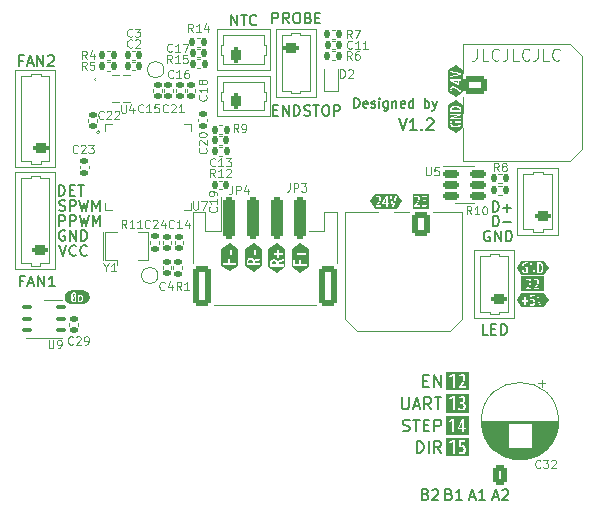
<source format=gto>
%TF.GenerationSoftware,KiCad,Pcbnew,(6.0.6)*%
%TF.CreationDate,2022-08-27T18:47:02+08:00*%
%TF.ProjectId,Stealthburner_Toolhead_PCB,53746561-6c74-4686-9275-726e65725f54,rev?*%
%TF.SameCoordinates,Original*%
%TF.FileFunction,Legend,Top*%
%TF.FilePolarity,Positive*%
%FSLAX46Y46*%
G04 Gerber Fmt 4.6, Leading zero omitted, Abs format (unit mm)*
G04 Created by KiCad (PCBNEW (6.0.6)) date 2022-08-27 18:47:02*
%MOMM*%
%LPD*%
G01*
G04 APERTURE LIST*
G04 Aperture macros list*
%AMRoundRect*
0 Rectangle with rounded corners*
0 $1 Rounding radius*
0 $2 $3 $4 $5 $6 $7 $8 $9 X,Y pos of 4 corners*
0 Add a 4 corners polygon primitive as box body*
4,1,4,$2,$3,$4,$5,$6,$7,$8,$9,$2,$3,0*
0 Add four circle primitives for the rounded corners*
1,1,$1+$1,$2,$3*
1,1,$1+$1,$4,$5*
1,1,$1+$1,$6,$7*
1,1,$1+$1,$8,$9*
0 Add four rect primitives between the rounded corners*
20,1,$1+$1,$2,$3,$4,$5,0*
20,1,$1+$1,$4,$5,$6,$7,0*
20,1,$1+$1,$6,$7,$8,$9,0*
20,1,$1+$1,$8,$9,$2,$3,0*%
%AMFreePoly0*
4,1,6,1.000000,0.000000,0.500000,-0.750000,-0.500000,-0.750000,-0.500000,0.750000,0.500000,0.750000,1.000000,0.000000,1.000000,0.000000,$1*%
%AMFreePoly1*
4,1,6,0.500000,-0.750000,-0.650000,-0.750000,-0.150000,0.000000,-0.650000,0.750000,0.500000,0.750000,0.500000,-0.750000,0.500000,-0.750000,$1*%
G04 Aperture macros list end*
%ADD10C,0.120000*%
%ADD11C,0.150000*%
%ADD12C,0.170000*%
%ADD13C,0.140000*%
%ADD14RoundRect,0.140000X-0.170000X0.140000X-0.170000X-0.140000X0.170000X-0.140000X0.170000X0.140000X0*%
%ADD15RoundRect,0.140000X0.170000X-0.140000X0.170000X0.140000X-0.170000X0.140000X-0.170000X-0.140000X0*%
%ADD16RoundRect,0.200000X-0.200000X-0.450000X0.200000X-0.450000X0.200000X0.450000X-0.200000X0.450000X0*%
%ADD17O,0.800000X1.300000*%
%ADD18R,0.812800X0.177800*%
%ADD19R,0.177800X0.812800*%
%ADD20R,3.200400X3.200400*%
%ADD21RoundRect,0.140000X-0.140000X-0.170000X0.140000X-0.170000X0.140000X0.170000X-0.140000X0.170000X0*%
%ADD22FreePoly0,0.000000*%
%ADD23FreePoly1,0.000000*%
%ADD24C,3.000000*%
%ADD25RoundRect,0.250001X0.499999X0.759999X-0.499999X0.759999X-0.499999X-0.759999X0.499999X-0.759999X0*%
%ADD26O,1.500000X2.020000*%
%ADD27RoundRect,0.135000X0.135000X0.185000X-0.135000X0.185000X-0.135000X-0.185000X0.135000X-0.185000X0*%
%ADD28RoundRect,0.200000X0.450000X-0.200000X0.450000X0.200000X-0.450000X0.200000X-0.450000X-0.200000X0*%
%ADD29O,1.300000X0.800000*%
%ADD30R,1.600000X1.600000*%
%ADD31C,1.600000*%
%ADD32C,1.000000*%
%ADD33RoundRect,0.135000X-0.135000X-0.185000X0.135000X-0.185000X0.135000X0.185000X-0.135000X0.185000X0*%
%ADD34RoundRect,0.250000X-0.250000X-1.500000X0.250000X-1.500000X0.250000X1.500000X-0.250000X1.500000X0*%
%ADD35RoundRect,0.250001X-0.499999X-1.449999X0.499999X-1.449999X0.499999X1.449999X-0.499999X1.449999X0*%
%ADD36C,5.000000*%
%ADD37R,0.700000X0.600000*%
%ADD38RoundRect,0.200000X-0.450000X0.200000X-0.450000X-0.200000X0.450000X-0.200000X0.450000X0.200000X0*%
%ADD39RoundRect,0.140000X0.140000X0.170000X-0.140000X0.170000X-0.140000X-0.170000X0.140000X-0.170000X0*%
%ADD40RoundRect,0.135000X-0.185000X0.135000X-0.185000X-0.135000X0.185000X-0.135000X0.185000X0.135000X0*%
%ADD41R,0.400000X1.900000*%
%ADD42RoundRect,0.100000X-0.300000X-0.100000X0.300000X-0.100000X0.300000X0.100000X-0.300000X0.100000X0*%
%ADD43R,1.500000X2.400000*%
%ADD44RoundRect,0.250001X-0.759999X0.499999X-0.759999X-0.499999X0.759999X-0.499999X0.759999X0.499999X0*%
%ADD45O,2.020000X1.500000*%
%ADD46R,0.812800X0.254000*%
%ADD47R,0.203200X1.600200*%
%ADD48RoundRect,0.150000X-0.512500X-0.150000X0.512500X-0.150000X0.512500X0.150000X-0.512500X0.150000X0*%
%ADD49RoundRect,0.250000X0.350000X0.625000X-0.350000X0.625000X-0.350000X-0.625000X0.350000X-0.625000X0*%
%ADD50O,1.200000X1.750000*%
G04 APERTURE END LIST*
D10*
X139668666Y-99375980D02*
X139668666Y-100090266D01*
X139621047Y-100233123D01*
X139525809Y-100328361D01*
X139382952Y-100375980D01*
X139287714Y-100375980D01*
X140621047Y-100375980D02*
X140144857Y-100375980D01*
X140144857Y-99375980D01*
X141525809Y-100280742D02*
X141478190Y-100328361D01*
X141335333Y-100375980D01*
X141240095Y-100375980D01*
X141097238Y-100328361D01*
X141002000Y-100233123D01*
X140954380Y-100137885D01*
X140906761Y-99947409D01*
X140906761Y-99804552D01*
X140954380Y-99614076D01*
X141002000Y-99518838D01*
X141097238Y-99423600D01*
X141240095Y-99375980D01*
X141335333Y-99375980D01*
X141478190Y-99423600D01*
X141525809Y-99471219D01*
X142240095Y-99375980D02*
X142240095Y-100090266D01*
X142192476Y-100233123D01*
X142097238Y-100328361D01*
X141954380Y-100375980D01*
X141859142Y-100375980D01*
X143192476Y-100375980D02*
X142716285Y-100375980D01*
X142716285Y-99375980D01*
X144097238Y-100280742D02*
X144049619Y-100328361D01*
X143906761Y-100375980D01*
X143811523Y-100375980D01*
X143668666Y-100328361D01*
X143573428Y-100233123D01*
X143525809Y-100137885D01*
X143478190Y-99947409D01*
X143478190Y-99804552D01*
X143525809Y-99614076D01*
X143573428Y-99518838D01*
X143668666Y-99423600D01*
X143811523Y-99375980D01*
X143906761Y-99375980D01*
X144049619Y-99423600D01*
X144097238Y-99471219D01*
X144811523Y-99375980D02*
X144811523Y-100090266D01*
X144763904Y-100233123D01*
X144668666Y-100328361D01*
X144525809Y-100375980D01*
X144430571Y-100375980D01*
X145763904Y-100375980D02*
X145287714Y-100375980D01*
X145287714Y-99375980D01*
X146668666Y-100280742D02*
X146621047Y-100328361D01*
X146478190Y-100375980D01*
X146382952Y-100375980D01*
X146240095Y-100328361D01*
X146144857Y-100233123D01*
X146097238Y-100137885D01*
X146049619Y-99947409D01*
X146049619Y-99804552D01*
X146097238Y-99614076D01*
X146144857Y-99518838D01*
X146240095Y-99423600D01*
X146382952Y-99375980D01*
X146478190Y-99375980D01*
X146621047Y-99423600D01*
X146668666Y-99471219D01*
D11*
X104283885Y-113038685D02*
X104412457Y-113081542D01*
X104626742Y-113081542D01*
X104712457Y-113038685D01*
X104755314Y-112995828D01*
X104798171Y-112910114D01*
X104798171Y-112824400D01*
X104755314Y-112738685D01*
X104712457Y-112695828D01*
X104626742Y-112652971D01*
X104455314Y-112610114D01*
X104369600Y-112567257D01*
X104326742Y-112524400D01*
X104283885Y-112438685D01*
X104283885Y-112352971D01*
X104326742Y-112267257D01*
X104369600Y-112224400D01*
X104455314Y-112181542D01*
X104669600Y-112181542D01*
X104798171Y-112224400D01*
X105183885Y-113081542D02*
X105183885Y-112181542D01*
X105526742Y-112181542D01*
X105612457Y-112224400D01*
X105655314Y-112267257D01*
X105698171Y-112352971D01*
X105698171Y-112481542D01*
X105655314Y-112567257D01*
X105612457Y-112610114D01*
X105526742Y-112652971D01*
X105183885Y-112652971D01*
X105998171Y-112181542D02*
X106212457Y-113081542D01*
X106383885Y-112438685D01*
X106555314Y-113081542D01*
X106769600Y-112181542D01*
X107112457Y-113081542D02*
X107112457Y-112181542D01*
X107412457Y-112824400D01*
X107712457Y-112181542D01*
X107712457Y-113081542D01*
X104305314Y-114351542D02*
X104305314Y-113451542D01*
X104648171Y-113451542D01*
X104733885Y-113494400D01*
X104776742Y-113537257D01*
X104819600Y-113622971D01*
X104819600Y-113751542D01*
X104776742Y-113837257D01*
X104733885Y-113880114D01*
X104648171Y-113922971D01*
X104305314Y-113922971D01*
X105205314Y-114351542D02*
X105205314Y-113451542D01*
X105548171Y-113451542D01*
X105633885Y-113494400D01*
X105676742Y-113537257D01*
X105719600Y-113622971D01*
X105719600Y-113751542D01*
X105676742Y-113837257D01*
X105633885Y-113880114D01*
X105548171Y-113922971D01*
X105205314Y-113922971D01*
X106019600Y-113451542D02*
X106233885Y-114351542D01*
X106405314Y-113708685D01*
X106576742Y-114351542D01*
X106791028Y-113451542D01*
X107133885Y-114351542D02*
X107133885Y-113451542D01*
X107433885Y-114094400D01*
X107733885Y-113451542D01*
X107733885Y-114351542D01*
X141038342Y-137310000D02*
X141466914Y-137310000D01*
X140952628Y-137567142D02*
X141252628Y-136667142D01*
X141552628Y-137567142D01*
X141809771Y-136752857D02*
X141852628Y-136710000D01*
X141938342Y-136667142D01*
X142152628Y-136667142D01*
X142238342Y-136710000D01*
X142281200Y-136752857D01*
X142324057Y-136838571D01*
X142324057Y-136924285D01*
X142281200Y-137052857D01*
X141766914Y-137567142D01*
X142324057Y-137567142D01*
X140594628Y-123597142D02*
X140166057Y-123597142D01*
X140166057Y-122697142D01*
X140894628Y-123125714D02*
X141194628Y-123125714D01*
X141323200Y-123597142D02*
X140894628Y-123597142D01*
X140894628Y-122697142D01*
X141323200Y-122697142D01*
X141708914Y-123597142D02*
X141708914Y-122697142D01*
X141923200Y-122697142D01*
X142051771Y-122740000D01*
X142137485Y-122825714D01*
X142180342Y-122911428D01*
X142223200Y-123082857D01*
X142223200Y-123211428D01*
X142180342Y-123382857D01*
X142137485Y-123468571D01*
X142051771Y-123554285D01*
X141923200Y-123597142D01*
X141708914Y-123597142D01*
X122414857Y-104583714D02*
X122714857Y-104583714D01*
X122843428Y-105055142D02*
X122414857Y-105055142D01*
X122414857Y-104155142D01*
X122843428Y-104155142D01*
X123229142Y-105055142D02*
X123229142Y-104155142D01*
X123743428Y-105055142D01*
X123743428Y-104155142D01*
X124172000Y-105055142D02*
X124172000Y-104155142D01*
X124386285Y-104155142D01*
X124514857Y-104198000D01*
X124600571Y-104283714D01*
X124643428Y-104369428D01*
X124686285Y-104540857D01*
X124686285Y-104669428D01*
X124643428Y-104840857D01*
X124600571Y-104926571D01*
X124514857Y-105012285D01*
X124386285Y-105055142D01*
X124172000Y-105055142D01*
X125029142Y-105012285D02*
X125157714Y-105055142D01*
X125372000Y-105055142D01*
X125457714Y-105012285D01*
X125500571Y-104969428D01*
X125543428Y-104883714D01*
X125543428Y-104798000D01*
X125500571Y-104712285D01*
X125457714Y-104669428D01*
X125372000Y-104626571D01*
X125200571Y-104583714D01*
X125114857Y-104540857D01*
X125072000Y-104498000D01*
X125029142Y-104412285D01*
X125029142Y-104326571D01*
X125072000Y-104240857D01*
X125114857Y-104198000D01*
X125200571Y-104155142D01*
X125414857Y-104155142D01*
X125543428Y-104198000D01*
X125800571Y-104155142D02*
X126314857Y-104155142D01*
X126057714Y-105055142D02*
X126057714Y-104155142D01*
X126786285Y-104155142D02*
X126957714Y-104155142D01*
X127043428Y-104198000D01*
X127129142Y-104283714D01*
X127172000Y-104455142D01*
X127172000Y-104755142D01*
X127129142Y-104926571D01*
X127043428Y-105012285D01*
X126957714Y-105055142D01*
X126786285Y-105055142D01*
X126700571Y-105012285D01*
X126614857Y-104926571D01*
X126572000Y-104755142D01*
X126572000Y-104455142D01*
X126614857Y-104283714D01*
X126700571Y-104198000D01*
X126786285Y-104155142D01*
X127557714Y-105055142D02*
X127557714Y-104155142D01*
X127900571Y-104155142D01*
X127986285Y-104198000D01*
X128029142Y-104240857D01*
X128072000Y-104326571D01*
X128072000Y-104455142D01*
X128029142Y-104540857D01*
X127986285Y-104583714D01*
X127900571Y-104626571D01*
X127557714Y-104626571D01*
X139057142Y-137310000D02*
X139485714Y-137310000D01*
X138971428Y-137567142D02*
X139271428Y-136667142D01*
X139571428Y-137567142D01*
X140342857Y-137567142D02*
X139828571Y-137567142D01*
X140085714Y-137567142D02*
X140085714Y-136667142D01*
X140000000Y-136795714D01*
X139914285Y-136881428D01*
X139828571Y-136924285D01*
X137303714Y-137095714D02*
X137432285Y-137138571D01*
X137475142Y-137181428D01*
X137518000Y-137267142D01*
X137518000Y-137395714D01*
X137475142Y-137481428D01*
X137432285Y-137524285D01*
X137346571Y-137567142D01*
X137003714Y-137567142D01*
X137003714Y-136667142D01*
X137303714Y-136667142D01*
X137389428Y-136710000D01*
X137432285Y-136752857D01*
X137475142Y-136838571D01*
X137475142Y-136924285D01*
X137432285Y-137010000D01*
X137389428Y-137052857D01*
X137303714Y-137095714D01*
X137003714Y-137095714D01*
X138375142Y-137567142D02*
X137860857Y-137567142D01*
X138118000Y-137567142D02*
X138118000Y-136667142D01*
X138032285Y-136795714D01*
X137946571Y-136881428D01*
X137860857Y-136924285D01*
D12*
X133045390Y-105268780D02*
X133378723Y-106268780D01*
X133712057Y-105268780D01*
X134569200Y-106268780D02*
X133997771Y-106268780D01*
X134283485Y-106268780D02*
X134283485Y-105268780D01*
X134188247Y-105411638D01*
X134093009Y-105506876D01*
X133997771Y-105554495D01*
X134997771Y-106173542D02*
X135045390Y-106221161D01*
X134997771Y-106268780D01*
X134950152Y-106221161D01*
X134997771Y-106173542D01*
X134997771Y-106268780D01*
X135426342Y-105364019D02*
X135473961Y-105316400D01*
X135569200Y-105268780D01*
X135807295Y-105268780D01*
X135902533Y-105316400D01*
X135950152Y-105364019D01*
X135997771Y-105459257D01*
X135997771Y-105554495D01*
X135950152Y-105697352D01*
X135378723Y-106268780D01*
X135997771Y-106268780D01*
D11*
X104311600Y-115991542D02*
X104611600Y-116891542D01*
X104911600Y-115991542D01*
X105725885Y-116805828D02*
X105683028Y-116848685D01*
X105554457Y-116891542D01*
X105468742Y-116891542D01*
X105340171Y-116848685D01*
X105254457Y-116762971D01*
X105211600Y-116677257D01*
X105168742Y-116505828D01*
X105168742Y-116377257D01*
X105211600Y-116205828D01*
X105254457Y-116120114D01*
X105340171Y-116034400D01*
X105468742Y-115991542D01*
X105554457Y-115991542D01*
X105683028Y-116034400D01*
X105725885Y-116077257D01*
X106625885Y-116805828D02*
X106583028Y-116848685D01*
X106454457Y-116891542D01*
X106368742Y-116891542D01*
X106240171Y-116848685D01*
X106154457Y-116762971D01*
X106111600Y-116677257D01*
X106068742Y-116505828D01*
X106068742Y-116377257D01*
X106111600Y-116205828D01*
X106154457Y-116120114D01*
X106240171Y-116034400D01*
X106368742Y-115991542D01*
X106454457Y-115991542D01*
X106583028Y-116034400D01*
X106625885Y-116077257D01*
X122344114Y-97231942D02*
X122344114Y-96331942D01*
X122686971Y-96331942D01*
X122772685Y-96374800D01*
X122815542Y-96417657D01*
X122858400Y-96503371D01*
X122858400Y-96631942D01*
X122815542Y-96717657D01*
X122772685Y-96760514D01*
X122686971Y-96803371D01*
X122344114Y-96803371D01*
X123758400Y-97231942D02*
X123458400Y-96803371D01*
X123244114Y-97231942D02*
X123244114Y-96331942D01*
X123586971Y-96331942D01*
X123672685Y-96374800D01*
X123715542Y-96417657D01*
X123758400Y-96503371D01*
X123758400Y-96631942D01*
X123715542Y-96717657D01*
X123672685Y-96760514D01*
X123586971Y-96803371D01*
X123244114Y-96803371D01*
X124315542Y-96331942D02*
X124486971Y-96331942D01*
X124572685Y-96374800D01*
X124658400Y-96460514D01*
X124701257Y-96631942D01*
X124701257Y-96931942D01*
X124658400Y-97103371D01*
X124572685Y-97189085D01*
X124486971Y-97231942D01*
X124315542Y-97231942D01*
X124229828Y-97189085D01*
X124144114Y-97103371D01*
X124101257Y-96931942D01*
X124101257Y-96631942D01*
X124144114Y-96460514D01*
X124229828Y-96374800D01*
X124315542Y-96331942D01*
X125386971Y-96760514D02*
X125515542Y-96803371D01*
X125558400Y-96846228D01*
X125601257Y-96931942D01*
X125601257Y-97060514D01*
X125558400Y-97146228D01*
X125515542Y-97189085D01*
X125429828Y-97231942D01*
X125086971Y-97231942D01*
X125086971Y-96331942D01*
X125386971Y-96331942D01*
X125472685Y-96374800D01*
X125515542Y-96417657D01*
X125558400Y-96503371D01*
X125558400Y-96589085D01*
X125515542Y-96674800D01*
X125472685Y-96717657D01*
X125386971Y-96760514D01*
X125086971Y-96760514D01*
X125986971Y-96760514D02*
X126286971Y-96760514D01*
X126415542Y-97231942D02*
X125986971Y-97231942D01*
X125986971Y-96331942D01*
X126415542Y-96331942D01*
X133316253Y-128890780D02*
X133316253Y-129700304D01*
X133363872Y-129795542D01*
X133411492Y-129843161D01*
X133506730Y-129890780D01*
X133697206Y-129890780D01*
X133792444Y-129843161D01*
X133840063Y-129795542D01*
X133887682Y-129700304D01*
X133887682Y-128890780D01*
X134316253Y-129605066D02*
X134792444Y-129605066D01*
X134221015Y-129890780D02*
X134554349Y-128890780D01*
X134887682Y-129890780D01*
X135792444Y-129890780D02*
X135459111Y-129414590D01*
X135221015Y-129890780D02*
X135221015Y-128890780D01*
X135601968Y-128890780D01*
X135697206Y-128938400D01*
X135744825Y-128986019D01*
X135792444Y-129081257D01*
X135792444Y-129224114D01*
X135744825Y-129319352D01*
X135697206Y-129366971D01*
X135601968Y-129414590D01*
X135221015Y-129414590D01*
X136078158Y-128890780D02*
X136649587Y-128890780D01*
X136363872Y-129890780D02*
X136363872Y-128890780D01*
X104775085Y-114764400D02*
X104689371Y-114721542D01*
X104560800Y-114721542D01*
X104432228Y-114764400D01*
X104346514Y-114850114D01*
X104303657Y-114935828D01*
X104260800Y-115107257D01*
X104260800Y-115235828D01*
X104303657Y-115407257D01*
X104346514Y-115492971D01*
X104432228Y-115578685D01*
X104560800Y-115621542D01*
X104646514Y-115621542D01*
X104775085Y-115578685D01*
X104817942Y-115535828D01*
X104817942Y-115235828D01*
X104646514Y-115235828D01*
X105203657Y-115621542D02*
X105203657Y-114721542D01*
X105717942Y-115621542D01*
X105717942Y-114721542D01*
X106146514Y-115621542D02*
X106146514Y-114721542D01*
X106360800Y-114721542D01*
X106489371Y-114764400D01*
X106575085Y-114850114D01*
X106617942Y-114935828D01*
X106660800Y-115107257D01*
X106660800Y-115235828D01*
X106617942Y-115407257D01*
X106575085Y-115492971D01*
X106489371Y-115578685D01*
X106360800Y-115621542D01*
X106146514Y-115621542D01*
X134571892Y-133599180D02*
X134571892Y-132599180D01*
X134809987Y-132599180D01*
X134952844Y-132646800D01*
X135048082Y-132742038D01*
X135095701Y-132837276D01*
X135143320Y-133027752D01*
X135143320Y-133170609D01*
X135095701Y-133361085D01*
X135048082Y-133456323D01*
X134952844Y-133551561D01*
X134809987Y-133599180D01*
X134571892Y-133599180D01*
X135571892Y-133599180D02*
X135571892Y-132599180D01*
X136619511Y-133599180D02*
X136286177Y-133122990D01*
X136048082Y-133599180D02*
X136048082Y-132599180D01*
X136429034Y-132599180D01*
X136524272Y-132646800D01*
X136571892Y-132694419D01*
X136619511Y-132789657D01*
X136619511Y-132932514D01*
X136571892Y-133027752D01*
X136524272Y-133075371D01*
X136429034Y-133122990D01*
X136048082Y-133122990D01*
D13*
X129273733Y-104349504D02*
X129273733Y-103549504D01*
X129464209Y-103549504D01*
X129578495Y-103587600D01*
X129654685Y-103663790D01*
X129692780Y-103739980D01*
X129730876Y-103892361D01*
X129730876Y-104006647D01*
X129692780Y-104159028D01*
X129654685Y-104235219D01*
X129578495Y-104311409D01*
X129464209Y-104349504D01*
X129273733Y-104349504D01*
X130378495Y-104311409D02*
X130302304Y-104349504D01*
X130149923Y-104349504D01*
X130073733Y-104311409D01*
X130035638Y-104235219D01*
X130035638Y-103930457D01*
X130073733Y-103854266D01*
X130149923Y-103816171D01*
X130302304Y-103816171D01*
X130378495Y-103854266D01*
X130416590Y-103930457D01*
X130416590Y-104006647D01*
X130035638Y-104082838D01*
X130721352Y-104311409D02*
X130797542Y-104349504D01*
X130949923Y-104349504D01*
X131026114Y-104311409D01*
X131064209Y-104235219D01*
X131064209Y-104197123D01*
X131026114Y-104120933D01*
X130949923Y-104082838D01*
X130835638Y-104082838D01*
X130759447Y-104044742D01*
X130721352Y-103968552D01*
X130721352Y-103930457D01*
X130759447Y-103854266D01*
X130835638Y-103816171D01*
X130949923Y-103816171D01*
X131026114Y-103854266D01*
X131407066Y-104349504D02*
X131407066Y-103816171D01*
X131407066Y-103549504D02*
X131368971Y-103587600D01*
X131407066Y-103625695D01*
X131445161Y-103587600D01*
X131407066Y-103549504D01*
X131407066Y-103625695D01*
X132130876Y-103816171D02*
X132130876Y-104463790D01*
X132092780Y-104539980D01*
X132054685Y-104578076D01*
X131978495Y-104616171D01*
X131864209Y-104616171D01*
X131788019Y-104578076D01*
X132130876Y-104311409D02*
X132054685Y-104349504D01*
X131902304Y-104349504D01*
X131826114Y-104311409D01*
X131788019Y-104273314D01*
X131749923Y-104197123D01*
X131749923Y-103968552D01*
X131788019Y-103892361D01*
X131826114Y-103854266D01*
X131902304Y-103816171D01*
X132054685Y-103816171D01*
X132130876Y-103854266D01*
X132511828Y-103816171D02*
X132511828Y-104349504D01*
X132511828Y-103892361D02*
X132549923Y-103854266D01*
X132626114Y-103816171D01*
X132740400Y-103816171D01*
X132816590Y-103854266D01*
X132854685Y-103930457D01*
X132854685Y-104349504D01*
X133540400Y-104311409D02*
X133464209Y-104349504D01*
X133311828Y-104349504D01*
X133235638Y-104311409D01*
X133197542Y-104235219D01*
X133197542Y-103930457D01*
X133235638Y-103854266D01*
X133311828Y-103816171D01*
X133464209Y-103816171D01*
X133540400Y-103854266D01*
X133578495Y-103930457D01*
X133578495Y-104006647D01*
X133197542Y-104082838D01*
X134264209Y-104349504D02*
X134264209Y-103549504D01*
X134264209Y-104311409D02*
X134188019Y-104349504D01*
X134035638Y-104349504D01*
X133959447Y-104311409D01*
X133921352Y-104273314D01*
X133883257Y-104197123D01*
X133883257Y-103968552D01*
X133921352Y-103892361D01*
X133959447Y-103854266D01*
X134035638Y-103816171D01*
X134188019Y-103816171D01*
X134264209Y-103854266D01*
X135254685Y-104349504D02*
X135254685Y-103549504D01*
X135254685Y-103854266D02*
X135330876Y-103816171D01*
X135483257Y-103816171D01*
X135559447Y-103854266D01*
X135597542Y-103892361D01*
X135635638Y-103968552D01*
X135635638Y-104197123D01*
X135597542Y-104273314D01*
X135559447Y-104311409D01*
X135483257Y-104349504D01*
X135330876Y-104349504D01*
X135254685Y-104311409D01*
X135902304Y-103816171D02*
X136092780Y-104349504D01*
X136283257Y-103816171D02*
X136092780Y-104349504D01*
X136016590Y-104539980D01*
X135978495Y-104578076D01*
X135902304Y-104616171D01*
D11*
X140989942Y-113183142D02*
X140989942Y-112283142D01*
X141204228Y-112283142D01*
X141332800Y-112326000D01*
X141418514Y-112411714D01*
X141461371Y-112497428D01*
X141504228Y-112668857D01*
X141504228Y-112797428D01*
X141461371Y-112968857D01*
X141418514Y-113054571D01*
X141332800Y-113140285D01*
X141204228Y-113183142D01*
X140989942Y-113183142D01*
X141889942Y-112840285D02*
X142575657Y-112840285D01*
X142232800Y-113183142D02*
X142232800Y-112497428D01*
X101204857Y-100367314D02*
X100904857Y-100367314D01*
X100904857Y-100838742D02*
X100904857Y-99938742D01*
X101333428Y-99938742D01*
X101633428Y-100581600D02*
X102062000Y-100581600D01*
X101547714Y-100838742D02*
X101847714Y-99938742D01*
X102147714Y-100838742D01*
X102447714Y-100838742D02*
X102447714Y-99938742D01*
X102962000Y-100838742D01*
X102962000Y-99938742D01*
X103347714Y-100024457D02*
X103390571Y-99981600D01*
X103476285Y-99938742D01*
X103690571Y-99938742D01*
X103776285Y-99981600D01*
X103819142Y-100024457D01*
X103862000Y-100110171D01*
X103862000Y-100195885D01*
X103819142Y-100324457D01*
X103304857Y-100838742D01*
X103862000Y-100838742D01*
X118838000Y-97384342D02*
X118838000Y-96484342D01*
X119352285Y-97384342D01*
X119352285Y-96484342D01*
X119652285Y-96484342D02*
X120166571Y-96484342D01*
X119909428Y-97384342D02*
X119909428Y-96484342D01*
X120980857Y-97298628D02*
X120938000Y-97341485D01*
X120809428Y-97384342D01*
X120723714Y-97384342D01*
X120595142Y-97341485D01*
X120509428Y-97255771D01*
X120466571Y-97170057D01*
X120423714Y-96998628D01*
X120423714Y-96870057D01*
X120466571Y-96698628D01*
X120509428Y-96612914D01*
X120595142Y-96527200D01*
X120723714Y-96484342D01*
X120809428Y-96484342D01*
X120938000Y-96527200D01*
X120980857Y-96570057D01*
X135138596Y-127487371D02*
X135471930Y-127487371D01*
X135614787Y-128011180D02*
X135138596Y-128011180D01*
X135138596Y-127011180D01*
X135614787Y-127011180D01*
X136043358Y-128011180D02*
X136043358Y-127011180D01*
X136614787Y-128011180D01*
X136614787Y-127011180D01*
X135322514Y-137095714D02*
X135451085Y-137138571D01*
X135493942Y-137181428D01*
X135536800Y-137267142D01*
X135536800Y-137395714D01*
X135493942Y-137481428D01*
X135451085Y-137524285D01*
X135365371Y-137567142D01*
X135022514Y-137567142D01*
X135022514Y-136667142D01*
X135322514Y-136667142D01*
X135408228Y-136710000D01*
X135451085Y-136752857D01*
X135493942Y-136838571D01*
X135493942Y-136924285D01*
X135451085Y-137010000D01*
X135408228Y-137052857D01*
X135322514Y-137095714D01*
X135022514Y-137095714D01*
X135879657Y-136752857D02*
X135922514Y-136710000D01*
X136008228Y-136667142D01*
X136222514Y-136667142D01*
X136308228Y-136710000D01*
X136351085Y-136752857D01*
X136393942Y-136838571D01*
X136393942Y-136924285D01*
X136351085Y-137052857D01*
X135836800Y-137567142D01*
X136393942Y-137567142D01*
X104271885Y-111811542D02*
X104271885Y-110911542D01*
X104486171Y-110911542D01*
X104614742Y-110954400D01*
X104700457Y-111040114D01*
X104743314Y-111125828D01*
X104786171Y-111297257D01*
X104786171Y-111425828D01*
X104743314Y-111597257D01*
X104700457Y-111682971D01*
X104614742Y-111768685D01*
X104486171Y-111811542D01*
X104271885Y-111811542D01*
X105171885Y-111340114D02*
X105471885Y-111340114D01*
X105600457Y-111811542D02*
X105171885Y-111811542D01*
X105171885Y-110911542D01*
X105600457Y-110911542D01*
X105857600Y-110911542D02*
X106371885Y-110911542D01*
X106114742Y-111811542D02*
X106114742Y-110911542D01*
X101255657Y-119010914D02*
X100955657Y-119010914D01*
X100955657Y-119482342D02*
X100955657Y-118582342D01*
X101384228Y-118582342D01*
X101684228Y-119225200D02*
X102112800Y-119225200D01*
X101598514Y-119482342D02*
X101898514Y-118582342D01*
X102198514Y-119482342D01*
X102498514Y-119482342D02*
X102498514Y-118582342D01*
X103012800Y-119482342D01*
X103012800Y-118582342D01*
X103912800Y-119482342D02*
X103398514Y-119482342D01*
X103655657Y-119482342D02*
X103655657Y-118582342D01*
X103569942Y-118710914D01*
X103484228Y-118796628D01*
X103398514Y-118839485D01*
X133394044Y-131722761D02*
X133536901Y-131770380D01*
X133774996Y-131770380D01*
X133870234Y-131722761D01*
X133917853Y-131675142D01*
X133965472Y-131579904D01*
X133965472Y-131484666D01*
X133917853Y-131389428D01*
X133870234Y-131341809D01*
X133774996Y-131294190D01*
X133584520Y-131246571D01*
X133489282Y-131198952D01*
X133441663Y-131151333D01*
X133394044Y-131056095D01*
X133394044Y-130960857D01*
X133441663Y-130865619D01*
X133489282Y-130818000D01*
X133584520Y-130770380D01*
X133822615Y-130770380D01*
X133965472Y-130818000D01*
X134251187Y-130770380D02*
X134822615Y-130770380D01*
X134536901Y-131770380D02*
X134536901Y-130770380D01*
X135155949Y-131246571D02*
X135489282Y-131246571D01*
X135632139Y-131770380D02*
X135155949Y-131770380D01*
X135155949Y-130770380D01*
X135632139Y-130770380D01*
X136060711Y-131770380D02*
X136060711Y-130770380D01*
X136441663Y-130770380D01*
X136536901Y-130818000D01*
X136584520Y-130865619D01*
X136632139Y-130960857D01*
X136632139Y-131103714D01*
X136584520Y-131198952D01*
X136536901Y-131246571D01*
X136441663Y-131294190D01*
X136060711Y-131294190D01*
X140741485Y-114815200D02*
X140655771Y-114772342D01*
X140527200Y-114772342D01*
X140398628Y-114815200D01*
X140312914Y-114900914D01*
X140270057Y-114986628D01*
X140227200Y-115158057D01*
X140227200Y-115286628D01*
X140270057Y-115458057D01*
X140312914Y-115543771D01*
X140398628Y-115629485D01*
X140527200Y-115672342D01*
X140612914Y-115672342D01*
X140741485Y-115629485D01*
X140784342Y-115586628D01*
X140784342Y-115286628D01*
X140612914Y-115286628D01*
X141170057Y-115672342D02*
X141170057Y-114772342D01*
X141684342Y-115672342D01*
X141684342Y-114772342D01*
X142112914Y-115672342D02*
X142112914Y-114772342D01*
X142327200Y-114772342D01*
X142455771Y-114815200D01*
X142541485Y-114900914D01*
X142584342Y-114986628D01*
X142627200Y-115158057D01*
X142627200Y-115286628D01*
X142584342Y-115458057D01*
X142541485Y-115543771D01*
X142455771Y-115629485D01*
X142327200Y-115672342D01*
X142112914Y-115672342D01*
X140989942Y-114402342D02*
X140989942Y-113502342D01*
X141204228Y-113502342D01*
X141332800Y-113545200D01*
X141418514Y-113630914D01*
X141461371Y-113716628D01*
X141504228Y-113888057D01*
X141504228Y-114016628D01*
X141461371Y-114188057D01*
X141418514Y-114273771D01*
X141332800Y-114359485D01*
X141204228Y-114402342D01*
X140989942Y-114402342D01*
X141889942Y-114059485D02*
X142575657Y-114059485D01*
D10*
%TO.C,C24*%
X111970400Y-114499200D02*
X111937066Y-114532533D01*
X111837066Y-114565866D01*
X111770400Y-114565866D01*
X111670400Y-114532533D01*
X111603733Y-114465866D01*
X111570400Y-114399200D01*
X111537066Y-114265866D01*
X111537066Y-114165866D01*
X111570400Y-114032533D01*
X111603733Y-113965866D01*
X111670400Y-113899200D01*
X111770400Y-113865866D01*
X111837066Y-113865866D01*
X111937066Y-113899200D01*
X111970400Y-113932533D01*
X112237066Y-113932533D02*
X112270400Y-113899200D01*
X112337066Y-113865866D01*
X112503733Y-113865866D01*
X112570400Y-113899200D01*
X112603733Y-113932533D01*
X112637066Y-113999200D01*
X112637066Y-114065866D01*
X112603733Y-114165866D01*
X112203733Y-114565866D01*
X112637066Y-114565866D01*
X113237066Y-114099200D02*
X113237066Y-114565866D01*
X113070400Y-113832533D02*
X112903733Y-114332533D01*
X113337066Y-114332533D01*
%TO.C,C16*%
X113951600Y-101799200D02*
X113918266Y-101832533D01*
X113818266Y-101865866D01*
X113751600Y-101865866D01*
X113651600Y-101832533D01*
X113584933Y-101765866D01*
X113551600Y-101699200D01*
X113518266Y-101565866D01*
X113518266Y-101465866D01*
X113551600Y-101332533D01*
X113584933Y-101265866D01*
X113651600Y-101199200D01*
X113751600Y-101165866D01*
X113818266Y-101165866D01*
X113918266Y-101199200D01*
X113951600Y-101232533D01*
X114618266Y-101865866D02*
X114218266Y-101865866D01*
X114418266Y-101865866D02*
X114418266Y-101165866D01*
X114351600Y-101265866D01*
X114284933Y-101332533D01*
X114218266Y-101365866D01*
X115218266Y-101165866D02*
X115084933Y-101165866D01*
X115018266Y-101199200D01*
X114984933Y-101232533D01*
X114918266Y-101332533D01*
X114884933Y-101465866D01*
X114884933Y-101732533D01*
X114918266Y-101799200D01*
X114951600Y-101832533D01*
X115018266Y-101865866D01*
X115151600Y-101865866D01*
X115218266Y-101832533D01*
X115251600Y-101799200D01*
X115284933Y-101732533D01*
X115284933Y-101565866D01*
X115251600Y-101499200D01*
X115218266Y-101465866D01*
X115151600Y-101432533D01*
X115018266Y-101432533D01*
X114951600Y-101465866D01*
X114918266Y-101499200D01*
X114884933Y-101565866D01*
%TO.C,U7*%
X115646266Y-112291066D02*
X115646266Y-112857733D01*
X115679600Y-112924400D01*
X115712933Y-112957733D01*
X115779600Y-112991066D01*
X115912933Y-112991066D01*
X115979600Y-112957733D01*
X116012933Y-112924400D01*
X116046266Y-112857733D01*
X116046266Y-112291066D01*
X116312933Y-112291066D02*
X116779600Y-112291066D01*
X116479600Y-112991066D01*
%TO.C,C19*%
X117598000Y-112768800D02*
X117631333Y-112802133D01*
X117664666Y-112902133D01*
X117664666Y-112968800D01*
X117631333Y-113068800D01*
X117564666Y-113135466D01*
X117498000Y-113168800D01*
X117364666Y-113202133D01*
X117264666Y-113202133D01*
X117131333Y-113168800D01*
X117064666Y-113135466D01*
X116998000Y-113068800D01*
X116964666Y-112968800D01*
X116964666Y-112902133D01*
X116998000Y-112802133D01*
X117031333Y-112768800D01*
X117664666Y-112102133D02*
X117664666Y-112502133D01*
X117664666Y-112302133D02*
X116964666Y-112302133D01*
X117064666Y-112368800D01*
X117131333Y-112435466D01*
X117164666Y-112502133D01*
X117664666Y-111768800D02*
X117664666Y-111635466D01*
X117631333Y-111568800D01*
X117598000Y-111535466D01*
X117498000Y-111468800D01*
X117364666Y-111435466D01*
X117098000Y-111435466D01*
X117031333Y-111468800D01*
X116998000Y-111502133D01*
X116964666Y-111568800D01*
X116964666Y-111702133D01*
X116998000Y-111768800D01*
X117031333Y-111802133D01*
X117098000Y-111835466D01*
X117264666Y-111835466D01*
X117331333Y-111802133D01*
X117364666Y-111768800D01*
X117398000Y-111702133D01*
X117398000Y-111568800D01*
X117364666Y-111502133D01*
X117331333Y-111468800D01*
X117264666Y-111435466D01*
%TO.C,JP4*%
X118949066Y-110970266D02*
X118949066Y-111470266D01*
X118915733Y-111570266D01*
X118849066Y-111636933D01*
X118749066Y-111670266D01*
X118682400Y-111670266D01*
X119282400Y-111670266D02*
X119282400Y-110970266D01*
X119549066Y-110970266D01*
X119615733Y-111003600D01*
X119649066Y-111036933D01*
X119682400Y-111103600D01*
X119682400Y-111203600D01*
X119649066Y-111270266D01*
X119615733Y-111303600D01*
X119549066Y-111336933D01*
X119282400Y-111336933D01*
X120282400Y-111203600D02*
X120282400Y-111670266D01*
X120115733Y-110936933D02*
X119949066Y-111436933D01*
X120382400Y-111436933D01*
%TO.C,R5*%
X106614133Y-101154666D02*
X106380800Y-100821333D01*
X106214133Y-101154666D02*
X106214133Y-100454666D01*
X106480800Y-100454666D01*
X106547466Y-100488000D01*
X106580800Y-100521333D01*
X106614133Y-100588000D01*
X106614133Y-100688000D01*
X106580800Y-100754666D01*
X106547466Y-100788000D01*
X106480800Y-100821333D01*
X106214133Y-100821333D01*
X107247466Y-100454666D02*
X106914133Y-100454666D01*
X106880800Y-100788000D01*
X106914133Y-100754666D01*
X106980800Y-100721333D01*
X107147466Y-100721333D01*
X107214133Y-100754666D01*
X107247466Y-100788000D01*
X107280800Y-100854666D01*
X107280800Y-101021333D01*
X107247466Y-101088000D01*
X107214133Y-101121333D01*
X107147466Y-101154666D01*
X106980800Y-101154666D01*
X106914133Y-101121333D01*
X106880800Y-101088000D01*
%TO.C,JP3*%
X123825866Y-110767066D02*
X123825866Y-111267066D01*
X123792533Y-111367066D01*
X123725866Y-111433733D01*
X123625866Y-111467066D01*
X123559200Y-111467066D01*
X124159200Y-111467066D02*
X124159200Y-110767066D01*
X124425866Y-110767066D01*
X124492533Y-110800400D01*
X124525866Y-110833733D01*
X124559200Y-110900400D01*
X124559200Y-111000400D01*
X124525866Y-111067066D01*
X124492533Y-111100400D01*
X124425866Y-111133733D01*
X124159200Y-111133733D01*
X124792533Y-110767066D02*
X125225866Y-110767066D01*
X124992533Y-111033733D01*
X125092533Y-111033733D01*
X125159200Y-111067066D01*
X125192533Y-111100400D01*
X125225866Y-111167066D01*
X125225866Y-111333733D01*
X125192533Y-111400400D01*
X125159200Y-111433733D01*
X125092533Y-111467066D01*
X124892533Y-111467066D01*
X124825866Y-111433733D01*
X124792533Y-111400400D01*
%TO.C,C32*%
X145041200Y-134819200D02*
X145007866Y-134852533D01*
X144907866Y-134885866D01*
X144841200Y-134885866D01*
X144741200Y-134852533D01*
X144674533Y-134785866D01*
X144641200Y-134719200D01*
X144607866Y-134585866D01*
X144607866Y-134485866D01*
X144641200Y-134352533D01*
X144674533Y-134285866D01*
X144741200Y-134219200D01*
X144841200Y-134185866D01*
X144907866Y-134185866D01*
X145007866Y-134219200D01*
X145041200Y-134252533D01*
X145274533Y-134185866D02*
X145707866Y-134185866D01*
X145474533Y-134452533D01*
X145574533Y-134452533D01*
X145641200Y-134485866D01*
X145674533Y-134519200D01*
X145707866Y-134585866D01*
X145707866Y-134752533D01*
X145674533Y-134819200D01*
X145641200Y-134852533D01*
X145574533Y-134885866D01*
X145374533Y-134885866D01*
X145307866Y-134852533D01*
X145274533Y-134819200D01*
X145974533Y-134252533D02*
X146007866Y-134219200D01*
X146074533Y-134185866D01*
X146241200Y-134185866D01*
X146307866Y-134219200D01*
X146341200Y-134252533D01*
X146374533Y-134319200D01*
X146374533Y-134385866D01*
X146341200Y-134485866D01*
X145941200Y-134885866D01*
X146374533Y-134885866D01*
%TO.C,C18*%
X116734400Y-103320000D02*
X116767733Y-103353333D01*
X116801066Y-103453333D01*
X116801066Y-103520000D01*
X116767733Y-103620000D01*
X116701066Y-103686666D01*
X116634400Y-103720000D01*
X116501066Y-103753333D01*
X116401066Y-103753333D01*
X116267733Y-103720000D01*
X116201066Y-103686666D01*
X116134400Y-103620000D01*
X116101066Y-103520000D01*
X116101066Y-103453333D01*
X116134400Y-103353333D01*
X116167733Y-103320000D01*
X116801066Y-102653333D02*
X116801066Y-103053333D01*
X116801066Y-102853333D02*
X116101066Y-102853333D01*
X116201066Y-102920000D01*
X116267733Y-102986666D01*
X116301066Y-103053333D01*
X116401066Y-102253333D02*
X116367733Y-102320000D01*
X116334400Y-102353333D01*
X116267733Y-102386666D01*
X116234400Y-102386666D01*
X116167733Y-102353333D01*
X116134400Y-102320000D01*
X116101066Y-102253333D01*
X116101066Y-102120000D01*
X116134400Y-102053333D01*
X116167733Y-102020000D01*
X116234400Y-101986666D01*
X116267733Y-101986666D01*
X116334400Y-102020000D01*
X116367733Y-102053333D01*
X116401066Y-102120000D01*
X116401066Y-102253333D01*
X116434400Y-102320000D01*
X116467733Y-102353333D01*
X116534400Y-102386666D01*
X116667733Y-102386666D01*
X116734400Y-102353333D01*
X116767733Y-102320000D01*
X116801066Y-102253333D01*
X116801066Y-102120000D01*
X116767733Y-102053333D01*
X116734400Y-102020000D01*
X116667733Y-101986666D01*
X116534400Y-101986666D01*
X116467733Y-102020000D01*
X116434400Y-102053333D01*
X116401066Y-102120000D01*
%TO.C,R14*%
X115639600Y-97952666D02*
X115406266Y-97619333D01*
X115239600Y-97952666D02*
X115239600Y-97252666D01*
X115506266Y-97252666D01*
X115572933Y-97286000D01*
X115606266Y-97319333D01*
X115639600Y-97386000D01*
X115639600Y-97486000D01*
X115606266Y-97552666D01*
X115572933Y-97586000D01*
X115506266Y-97619333D01*
X115239600Y-97619333D01*
X116306266Y-97952666D02*
X115906266Y-97952666D01*
X116106266Y-97952666D02*
X116106266Y-97252666D01*
X116039600Y-97352666D01*
X115972933Y-97419333D01*
X115906266Y-97452666D01*
X116906266Y-97486000D02*
X116906266Y-97952666D01*
X116739600Y-97219333D02*
X116572933Y-97719333D01*
X117006266Y-97719333D01*
%TO.C,R7*%
X129067733Y-98462266D02*
X128834400Y-98128933D01*
X128667733Y-98462266D02*
X128667733Y-97762266D01*
X128934400Y-97762266D01*
X129001066Y-97795600D01*
X129034400Y-97828933D01*
X129067733Y-97895600D01*
X129067733Y-97995600D01*
X129034400Y-98062266D01*
X129001066Y-98095600D01*
X128934400Y-98128933D01*
X128667733Y-98128933D01*
X129301066Y-97762266D02*
X129767733Y-97762266D01*
X129467733Y-98462266D01*
%TO.C,C15*%
X111411600Y-104694800D02*
X111378266Y-104728133D01*
X111278266Y-104761466D01*
X111211600Y-104761466D01*
X111111600Y-104728133D01*
X111044933Y-104661466D01*
X111011600Y-104594800D01*
X110978266Y-104461466D01*
X110978266Y-104361466D01*
X111011600Y-104228133D01*
X111044933Y-104161466D01*
X111111600Y-104094800D01*
X111211600Y-104061466D01*
X111278266Y-104061466D01*
X111378266Y-104094800D01*
X111411600Y-104128133D01*
X112078266Y-104761466D02*
X111678266Y-104761466D01*
X111878266Y-104761466D02*
X111878266Y-104061466D01*
X111811600Y-104161466D01*
X111744933Y-104228133D01*
X111678266Y-104261466D01*
X112711600Y-104061466D02*
X112378266Y-104061466D01*
X112344933Y-104394800D01*
X112378266Y-104361466D01*
X112444933Y-104328133D01*
X112611600Y-104328133D01*
X112678266Y-104361466D01*
X112711600Y-104394800D01*
X112744933Y-104461466D01*
X112744933Y-104628133D01*
X112711600Y-104694800D01*
X112678266Y-104728133D01*
X112611600Y-104761466D01*
X112444933Y-104761466D01*
X112378266Y-104728133D01*
X112344933Y-104694800D01*
%TO.C,C23*%
X105874400Y-108149200D02*
X105841066Y-108182533D01*
X105741066Y-108215866D01*
X105674400Y-108215866D01*
X105574400Y-108182533D01*
X105507733Y-108115866D01*
X105474400Y-108049200D01*
X105441066Y-107915866D01*
X105441066Y-107815866D01*
X105474400Y-107682533D01*
X105507733Y-107615866D01*
X105574400Y-107549200D01*
X105674400Y-107515866D01*
X105741066Y-107515866D01*
X105841066Y-107549200D01*
X105874400Y-107582533D01*
X106141066Y-107582533D02*
X106174400Y-107549200D01*
X106241066Y-107515866D01*
X106407733Y-107515866D01*
X106474400Y-107549200D01*
X106507733Y-107582533D01*
X106541066Y-107649200D01*
X106541066Y-107715866D01*
X106507733Y-107815866D01*
X106107733Y-108215866D01*
X106541066Y-108215866D01*
X106774400Y-107515866D02*
X107207733Y-107515866D01*
X106974400Y-107782533D01*
X107074400Y-107782533D01*
X107141066Y-107815866D01*
X107174400Y-107849200D01*
X107207733Y-107915866D01*
X107207733Y-108082533D01*
X107174400Y-108149200D01*
X107141066Y-108182533D01*
X107074400Y-108215866D01*
X106874400Y-108215866D01*
X106807733Y-108182533D01*
X106774400Y-108149200D01*
%TO.C,D2*%
X128108933Y-101815066D02*
X128108933Y-101115066D01*
X128275600Y-101115066D01*
X128375600Y-101148400D01*
X128442266Y-101215066D01*
X128475600Y-101281733D01*
X128508933Y-101415066D01*
X128508933Y-101515066D01*
X128475600Y-101648400D01*
X128442266Y-101715066D01*
X128375600Y-101781733D01*
X128275600Y-101815066D01*
X128108933Y-101815066D01*
X128775600Y-101181733D02*
X128808933Y-101148400D01*
X128875600Y-101115066D01*
X129042266Y-101115066D01*
X129108933Y-101148400D01*
X129142266Y-101181733D01*
X129175600Y-101248400D01*
X129175600Y-101315066D01*
X129142266Y-101415066D01*
X128742266Y-101815066D01*
X129175600Y-101815066D01*
%TO.C,R12*%
X117507600Y-110247866D02*
X117274266Y-109914533D01*
X117107600Y-110247866D02*
X117107600Y-109547866D01*
X117374266Y-109547866D01*
X117440933Y-109581200D01*
X117474266Y-109614533D01*
X117507600Y-109681200D01*
X117507600Y-109781200D01*
X117474266Y-109847866D01*
X117440933Y-109881200D01*
X117374266Y-109914533D01*
X117107600Y-109914533D01*
X118174266Y-110247866D02*
X117774266Y-110247866D01*
X117974266Y-110247866D02*
X117974266Y-109547866D01*
X117907600Y-109647866D01*
X117840933Y-109714533D01*
X117774266Y-109747866D01*
X118440933Y-109614533D02*
X118474266Y-109581200D01*
X118540933Y-109547866D01*
X118707600Y-109547866D01*
X118774266Y-109581200D01*
X118807600Y-109614533D01*
X118840933Y-109681200D01*
X118840933Y-109747866D01*
X118807600Y-109847866D01*
X118407600Y-110247866D01*
X118840933Y-110247866D01*
%TO.C,C4*%
X113218133Y-119731600D02*
X113184800Y-119764933D01*
X113084800Y-119798266D01*
X113018133Y-119798266D01*
X112918133Y-119764933D01*
X112851466Y-119698266D01*
X112818133Y-119631600D01*
X112784800Y-119498266D01*
X112784800Y-119398266D01*
X112818133Y-119264933D01*
X112851466Y-119198266D01*
X112918133Y-119131600D01*
X113018133Y-119098266D01*
X113084800Y-119098266D01*
X113184800Y-119131600D01*
X113218133Y-119164933D01*
X113818133Y-119331600D02*
X113818133Y-119798266D01*
X113651466Y-119064933D02*
X113484800Y-119564933D01*
X113918133Y-119564933D01*
%TO.C,C29*%
X105468000Y-124354400D02*
X105434666Y-124387733D01*
X105334666Y-124421066D01*
X105268000Y-124421066D01*
X105168000Y-124387733D01*
X105101333Y-124321066D01*
X105068000Y-124254400D01*
X105034666Y-124121066D01*
X105034666Y-124021066D01*
X105068000Y-123887733D01*
X105101333Y-123821066D01*
X105168000Y-123754400D01*
X105268000Y-123721066D01*
X105334666Y-123721066D01*
X105434666Y-123754400D01*
X105468000Y-123787733D01*
X105734666Y-123787733D02*
X105768000Y-123754400D01*
X105834666Y-123721066D01*
X106001333Y-123721066D01*
X106068000Y-123754400D01*
X106101333Y-123787733D01*
X106134666Y-123854400D01*
X106134666Y-123921066D01*
X106101333Y-124021066D01*
X105701333Y-124421066D01*
X106134666Y-124421066D01*
X106468000Y-124421066D02*
X106601333Y-124421066D01*
X106668000Y-124387733D01*
X106701333Y-124354400D01*
X106768000Y-124254400D01*
X106801333Y-124121066D01*
X106801333Y-123854400D01*
X106768000Y-123787733D01*
X106734666Y-123754400D01*
X106668000Y-123721066D01*
X106534666Y-123721066D01*
X106468000Y-123754400D01*
X106434666Y-123787733D01*
X106401333Y-123854400D01*
X106401333Y-124021066D01*
X106434666Y-124087733D01*
X106468000Y-124121066D01*
X106534666Y-124154400D01*
X106668000Y-124154400D01*
X106734666Y-124121066D01*
X106768000Y-124087733D01*
X106801333Y-124021066D01*
%TO.C,C13*%
X117507600Y-109266800D02*
X117474266Y-109300133D01*
X117374266Y-109333466D01*
X117307600Y-109333466D01*
X117207600Y-109300133D01*
X117140933Y-109233466D01*
X117107600Y-109166800D01*
X117074266Y-109033466D01*
X117074266Y-108933466D01*
X117107600Y-108800133D01*
X117140933Y-108733466D01*
X117207600Y-108666800D01*
X117307600Y-108633466D01*
X117374266Y-108633466D01*
X117474266Y-108666800D01*
X117507600Y-108700133D01*
X118174266Y-109333466D02*
X117774266Y-109333466D01*
X117974266Y-109333466D02*
X117974266Y-108633466D01*
X117907600Y-108733466D01*
X117840933Y-108800133D01*
X117774266Y-108833466D01*
X118407600Y-108633466D02*
X118840933Y-108633466D01*
X118607600Y-108900133D01*
X118707600Y-108900133D01*
X118774266Y-108933466D01*
X118807600Y-108966800D01*
X118840933Y-109033466D01*
X118840933Y-109200133D01*
X118807600Y-109266800D01*
X118774266Y-109300133D01*
X118707600Y-109333466D01*
X118507600Y-109333466D01*
X118440933Y-109300133D01*
X118407600Y-109266800D01*
%TO.C,R4*%
X106614133Y-100240266D02*
X106380800Y-99906933D01*
X106214133Y-100240266D02*
X106214133Y-99540266D01*
X106480800Y-99540266D01*
X106547466Y-99573600D01*
X106580800Y-99606933D01*
X106614133Y-99673600D01*
X106614133Y-99773600D01*
X106580800Y-99840266D01*
X106547466Y-99873600D01*
X106480800Y-99906933D01*
X106214133Y-99906933D01*
X107214133Y-99773600D02*
X107214133Y-100240266D01*
X107047466Y-99506933D02*
X106880800Y-100006933D01*
X107314133Y-100006933D01*
%TO.C,R11*%
X109989200Y-114565866D02*
X109755866Y-114232533D01*
X109589200Y-114565866D02*
X109589200Y-113865866D01*
X109855866Y-113865866D01*
X109922533Y-113899200D01*
X109955866Y-113932533D01*
X109989200Y-113999200D01*
X109989200Y-114099200D01*
X109955866Y-114165866D01*
X109922533Y-114199200D01*
X109855866Y-114232533D01*
X109589200Y-114232533D01*
X110655866Y-114565866D02*
X110255866Y-114565866D01*
X110455866Y-114565866D02*
X110455866Y-113865866D01*
X110389200Y-113965866D01*
X110322533Y-114032533D01*
X110255866Y-114065866D01*
X111322533Y-114565866D02*
X110922533Y-114565866D01*
X111122533Y-114565866D02*
X111122533Y-113865866D01*
X111055866Y-113965866D01*
X110989200Y-114032533D01*
X110922533Y-114065866D01*
%TO.C,R8*%
X141513733Y-109739866D02*
X141280400Y-109406533D01*
X141113733Y-109739866D02*
X141113733Y-109039866D01*
X141380400Y-109039866D01*
X141447066Y-109073200D01*
X141480400Y-109106533D01*
X141513733Y-109173200D01*
X141513733Y-109273200D01*
X141480400Y-109339866D01*
X141447066Y-109373200D01*
X141380400Y-109406533D01*
X141113733Y-109406533D01*
X141913733Y-109339866D02*
X141847066Y-109306533D01*
X141813733Y-109273200D01*
X141780400Y-109206533D01*
X141780400Y-109173200D01*
X141813733Y-109106533D01*
X141847066Y-109073200D01*
X141913733Y-109039866D01*
X142047066Y-109039866D01*
X142113733Y-109073200D01*
X142147066Y-109106533D01*
X142180400Y-109173200D01*
X142180400Y-109206533D01*
X142147066Y-109273200D01*
X142113733Y-109306533D01*
X142047066Y-109339866D01*
X141913733Y-109339866D01*
X141847066Y-109373200D01*
X141813733Y-109406533D01*
X141780400Y-109473200D01*
X141780400Y-109606533D01*
X141813733Y-109673200D01*
X141847066Y-109706533D01*
X141913733Y-109739866D01*
X142047066Y-109739866D01*
X142113733Y-109706533D01*
X142147066Y-109673200D01*
X142180400Y-109606533D01*
X142180400Y-109473200D01*
X142147066Y-109406533D01*
X142113733Y-109373200D01*
X142047066Y-109339866D01*
%TO.C,Y1*%
X108277066Y-117890133D02*
X108277066Y-118223466D01*
X108043733Y-117523466D02*
X108277066Y-117890133D01*
X108510400Y-117523466D01*
X109110400Y-118223466D02*
X108710400Y-118223466D01*
X108910400Y-118223466D02*
X108910400Y-117523466D01*
X108843733Y-117623466D01*
X108777066Y-117690133D01*
X108710400Y-117723466D01*
%TO.C,R6*%
X129067733Y-100291066D02*
X128834400Y-99957733D01*
X128667733Y-100291066D02*
X128667733Y-99591066D01*
X128934400Y-99591066D01*
X129001066Y-99624400D01*
X129034400Y-99657733D01*
X129067733Y-99724400D01*
X129067733Y-99824400D01*
X129034400Y-99891066D01*
X129001066Y-99924400D01*
X128934400Y-99957733D01*
X128667733Y-99957733D01*
X129667733Y-99591066D02*
X129534400Y-99591066D01*
X129467733Y-99624400D01*
X129434400Y-99657733D01*
X129367733Y-99757733D01*
X129334400Y-99891066D01*
X129334400Y-100157733D01*
X129367733Y-100224400D01*
X129401066Y-100257733D01*
X129467733Y-100291066D01*
X129601066Y-100291066D01*
X129667733Y-100257733D01*
X129701066Y-100224400D01*
X129734400Y-100157733D01*
X129734400Y-99991066D01*
X129701066Y-99924400D01*
X129667733Y-99891066D01*
X129601066Y-99857733D01*
X129467733Y-99857733D01*
X129401066Y-99891066D01*
X129367733Y-99924400D01*
X129334400Y-99991066D01*
%TO.C,C17*%
X113850000Y-99564000D02*
X113816666Y-99597333D01*
X113716666Y-99630666D01*
X113650000Y-99630666D01*
X113550000Y-99597333D01*
X113483333Y-99530666D01*
X113450000Y-99464000D01*
X113416666Y-99330666D01*
X113416666Y-99230666D01*
X113450000Y-99097333D01*
X113483333Y-99030666D01*
X113550000Y-98964000D01*
X113650000Y-98930666D01*
X113716666Y-98930666D01*
X113816666Y-98964000D01*
X113850000Y-98997333D01*
X114516666Y-99630666D02*
X114116666Y-99630666D01*
X114316666Y-99630666D02*
X114316666Y-98930666D01*
X114250000Y-99030666D01*
X114183333Y-99097333D01*
X114116666Y-99130666D01*
X114750000Y-98930666D02*
X115216666Y-98930666D01*
X114916666Y-99630666D01*
%TO.C,U9*%
X103403466Y-124025866D02*
X103403466Y-124592533D01*
X103436800Y-124659200D01*
X103470133Y-124692533D01*
X103536800Y-124725866D01*
X103670133Y-124725866D01*
X103736800Y-124692533D01*
X103770133Y-124659200D01*
X103803466Y-124592533D01*
X103803466Y-124025866D01*
X104170133Y-124725866D02*
X104303466Y-124725866D01*
X104370133Y-124692533D01*
X104403466Y-124659200D01*
X104470133Y-124559200D01*
X104503466Y-124425866D01*
X104503466Y-124159200D01*
X104470133Y-124092533D01*
X104436800Y-124059200D01*
X104370133Y-124025866D01*
X104236800Y-124025866D01*
X104170133Y-124059200D01*
X104136800Y-124092533D01*
X104103466Y-124159200D01*
X104103466Y-124325866D01*
X104136800Y-124392533D01*
X104170133Y-124425866D01*
X104236800Y-124459200D01*
X104370133Y-124459200D01*
X104436800Y-124425866D01*
X104470133Y-124392533D01*
X104503466Y-124325866D01*
%TO.C,R10*%
X139199200Y-113397466D02*
X138965866Y-113064133D01*
X138799200Y-113397466D02*
X138799200Y-112697466D01*
X139065866Y-112697466D01*
X139132533Y-112730800D01*
X139165866Y-112764133D01*
X139199200Y-112830800D01*
X139199200Y-112930800D01*
X139165866Y-112997466D01*
X139132533Y-113030800D01*
X139065866Y-113064133D01*
X138799200Y-113064133D01*
X139865866Y-113397466D02*
X139465866Y-113397466D01*
X139665866Y-113397466D02*
X139665866Y-112697466D01*
X139599200Y-112797466D01*
X139532533Y-112864133D01*
X139465866Y-112897466D01*
X140299200Y-112697466D02*
X140365866Y-112697466D01*
X140432533Y-112730800D01*
X140465866Y-112764133D01*
X140499200Y-112830800D01*
X140532533Y-112964133D01*
X140532533Y-113130800D01*
X140499200Y-113264133D01*
X140465866Y-113330800D01*
X140432533Y-113364133D01*
X140365866Y-113397466D01*
X140299200Y-113397466D01*
X140232533Y-113364133D01*
X140199200Y-113330800D01*
X140165866Y-113264133D01*
X140132533Y-113130800D01*
X140132533Y-112964133D01*
X140165866Y-112830800D01*
X140199200Y-112764133D01*
X140232533Y-112730800D01*
X140299200Y-112697466D01*
%TO.C,C21*%
X113494400Y-104694800D02*
X113461066Y-104728133D01*
X113361066Y-104761466D01*
X113294400Y-104761466D01*
X113194400Y-104728133D01*
X113127733Y-104661466D01*
X113094400Y-104594800D01*
X113061066Y-104461466D01*
X113061066Y-104361466D01*
X113094400Y-104228133D01*
X113127733Y-104161466D01*
X113194400Y-104094800D01*
X113294400Y-104061466D01*
X113361066Y-104061466D01*
X113461066Y-104094800D01*
X113494400Y-104128133D01*
X113761066Y-104128133D02*
X113794400Y-104094800D01*
X113861066Y-104061466D01*
X114027733Y-104061466D01*
X114094400Y-104094800D01*
X114127733Y-104128133D01*
X114161066Y-104194800D01*
X114161066Y-104261466D01*
X114127733Y-104361466D01*
X113727733Y-104761466D01*
X114161066Y-104761466D01*
X114827733Y-104761466D02*
X114427733Y-104761466D01*
X114627733Y-104761466D02*
X114627733Y-104061466D01*
X114561066Y-104161466D01*
X114494400Y-104228133D01*
X114427733Y-104261466D01*
%TO.C,C20*%
X116734400Y-107790400D02*
X116767733Y-107823733D01*
X116801066Y-107923733D01*
X116801066Y-107990400D01*
X116767733Y-108090400D01*
X116701066Y-108157066D01*
X116634400Y-108190400D01*
X116501066Y-108223733D01*
X116401066Y-108223733D01*
X116267733Y-108190400D01*
X116201066Y-108157066D01*
X116134400Y-108090400D01*
X116101066Y-107990400D01*
X116101066Y-107923733D01*
X116134400Y-107823733D01*
X116167733Y-107790400D01*
X116167733Y-107523733D02*
X116134400Y-107490400D01*
X116101066Y-107423733D01*
X116101066Y-107257066D01*
X116134400Y-107190400D01*
X116167733Y-107157066D01*
X116234400Y-107123733D01*
X116301066Y-107123733D01*
X116401066Y-107157066D01*
X116801066Y-107557066D01*
X116801066Y-107123733D01*
X116101066Y-106690400D02*
X116101066Y-106623733D01*
X116134400Y-106557066D01*
X116167733Y-106523733D01*
X116234400Y-106490400D01*
X116367733Y-106457066D01*
X116534400Y-106457066D01*
X116667733Y-106490400D01*
X116734400Y-106523733D01*
X116767733Y-106557066D01*
X116801066Y-106623733D01*
X116801066Y-106690400D01*
X116767733Y-106757066D01*
X116734400Y-106790400D01*
X116667733Y-106823733D01*
X116534400Y-106857066D01*
X116367733Y-106857066D01*
X116234400Y-106823733D01*
X116167733Y-106790400D01*
X116134400Y-106757066D01*
X116101066Y-106690400D01*
%TO.C,U4*%
X109550266Y-104112266D02*
X109550266Y-104678933D01*
X109583600Y-104745600D01*
X109616933Y-104778933D01*
X109683600Y-104812266D01*
X109816933Y-104812266D01*
X109883600Y-104778933D01*
X109916933Y-104745600D01*
X109950266Y-104678933D01*
X109950266Y-104112266D01*
X110583600Y-104345600D02*
X110583600Y-104812266D01*
X110416933Y-104078933D02*
X110250266Y-104578933D01*
X110683600Y-104578933D01*
%TO.C,R15*%
X113850000Y-100595866D02*
X113616666Y-100262533D01*
X113450000Y-100595866D02*
X113450000Y-99895866D01*
X113716666Y-99895866D01*
X113783333Y-99929200D01*
X113816666Y-99962533D01*
X113850000Y-100029200D01*
X113850000Y-100129200D01*
X113816666Y-100195866D01*
X113783333Y-100229200D01*
X113716666Y-100262533D01*
X113450000Y-100262533D01*
X114516666Y-100595866D02*
X114116666Y-100595866D01*
X114316666Y-100595866D02*
X114316666Y-99895866D01*
X114250000Y-99995866D01*
X114183333Y-100062533D01*
X114116666Y-100095866D01*
X115150000Y-99895866D02*
X114816666Y-99895866D01*
X114783333Y-100229200D01*
X114816666Y-100195866D01*
X114883333Y-100162533D01*
X115050000Y-100162533D01*
X115116666Y-100195866D01*
X115150000Y-100229200D01*
X115183333Y-100295866D01*
X115183333Y-100462533D01*
X115150000Y-100529200D01*
X115116666Y-100562533D01*
X115050000Y-100595866D01*
X114883333Y-100595866D01*
X114816666Y-100562533D01*
X114783333Y-100529200D01*
%TO.C,C3*%
X110474933Y-98294000D02*
X110441600Y-98327333D01*
X110341600Y-98360666D01*
X110274933Y-98360666D01*
X110174933Y-98327333D01*
X110108266Y-98260666D01*
X110074933Y-98194000D01*
X110041600Y-98060666D01*
X110041600Y-97960666D01*
X110074933Y-97827333D01*
X110108266Y-97760666D01*
X110174933Y-97694000D01*
X110274933Y-97660666D01*
X110341600Y-97660666D01*
X110441600Y-97694000D01*
X110474933Y-97727333D01*
X110708266Y-97660666D02*
X111141600Y-97660666D01*
X110908266Y-97927333D01*
X111008266Y-97927333D01*
X111074933Y-97960666D01*
X111108266Y-97994000D01*
X111141600Y-98060666D01*
X111141600Y-98227333D01*
X111108266Y-98294000D01*
X111074933Y-98327333D01*
X111008266Y-98360666D01*
X110808266Y-98360666D01*
X110741600Y-98327333D01*
X110708266Y-98294000D01*
%TO.C,C11*%
X129090000Y-99310000D02*
X129056666Y-99343333D01*
X128956666Y-99376666D01*
X128890000Y-99376666D01*
X128790000Y-99343333D01*
X128723333Y-99276666D01*
X128690000Y-99210000D01*
X128656666Y-99076666D01*
X128656666Y-98976666D01*
X128690000Y-98843333D01*
X128723333Y-98776666D01*
X128790000Y-98710000D01*
X128890000Y-98676666D01*
X128956666Y-98676666D01*
X129056666Y-98710000D01*
X129090000Y-98743333D01*
X129756666Y-99376666D02*
X129356666Y-99376666D01*
X129556666Y-99376666D02*
X129556666Y-98676666D01*
X129490000Y-98776666D01*
X129423333Y-98843333D01*
X129356666Y-98876666D01*
X130423333Y-99376666D02*
X130023333Y-99376666D01*
X130223333Y-99376666D02*
X130223333Y-98676666D01*
X130156666Y-98776666D01*
X130090000Y-98843333D01*
X130023333Y-98876666D01*
%TO.C,C22*%
X108058800Y-105253600D02*
X108025466Y-105286933D01*
X107925466Y-105320266D01*
X107858800Y-105320266D01*
X107758800Y-105286933D01*
X107692133Y-105220266D01*
X107658800Y-105153600D01*
X107625466Y-105020266D01*
X107625466Y-104920266D01*
X107658800Y-104786933D01*
X107692133Y-104720266D01*
X107758800Y-104653600D01*
X107858800Y-104620266D01*
X107925466Y-104620266D01*
X108025466Y-104653600D01*
X108058800Y-104686933D01*
X108325466Y-104686933D02*
X108358800Y-104653600D01*
X108425466Y-104620266D01*
X108592133Y-104620266D01*
X108658800Y-104653600D01*
X108692133Y-104686933D01*
X108725466Y-104753600D01*
X108725466Y-104820266D01*
X108692133Y-104920266D01*
X108292133Y-105320266D01*
X108725466Y-105320266D01*
X108992133Y-104686933D02*
X109025466Y-104653600D01*
X109092133Y-104620266D01*
X109258800Y-104620266D01*
X109325466Y-104653600D01*
X109358800Y-104686933D01*
X109392133Y-104753600D01*
X109392133Y-104820266D01*
X109358800Y-104920266D01*
X108958800Y-105320266D01*
X109392133Y-105320266D01*
%TO.C,U5*%
X135356666Y-109395466D02*
X135356666Y-109962133D01*
X135390000Y-110028800D01*
X135423333Y-110062133D01*
X135490000Y-110095466D01*
X135623333Y-110095466D01*
X135690000Y-110062133D01*
X135723333Y-110028800D01*
X135756666Y-109962133D01*
X135756666Y-109395466D01*
X136423333Y-109395466D02*
X136090000Y-109395466D01*
X136056666Y-109728800D01*
X136090000Y-109695466D01*
X136156666Y-109662133D01*
X136323333Y-109662133D01*
X136390000Y-109695466D01*
X136423333Y-109728800D01*
X136456666Y-109795466D01*
X136456666Y-109962133D01*
X136423333Y-110028800D01*
X136390000Y-110062133D01*
X136323333Y-110095466D01*
X136156666Y-110095466D01*
X136090000Y-110062133D01*
X136056666Y-110028800D01*
%TO.C,R1*%
X114640533Y-119798266D02*
X114407200Y-119464933D01*
X114240533Y-119798266D02*
X114240533Y-119098266D01*
X114507200Y-119098266D01*
X114573866Y-119131600D01*
X114607200Y-119164933D01*
X114640533Y-119231600D01*
X114640533Y-119331600D01*
X114607200Y-119398266D01*
X114573866Y-119431600D01*
X114507200Y-119464933D01*
X114240533Y-119464933D01*
X115307200Y-119798266D02*
X114907200Y-119798266D01*
X115107200Y-119798266D02*
X115107200Y-119098266D01*
X115040533Y-119198266D01*
X114973866Y-119264933D01*
X114907200Y-119298266D01*
%TO.C,C2*%
X110474933Y-99208400D02*
X110441600Y-99241733D01*
X110341600Y-99275066D01*
X110274933Y-99275066D01*
X110174933Y-99241733D01*
X110108266Y-99175066D01*
X110074933Y-99108400D01*
X110041600Y-98975066D01*
X110041600Y-98875066D01*
X110074933Y-98741733D01*
X110108266Y-98675066D01*
X110174933Y-98608400D01*
X110274933Y-98575066D01*
X110341600Y-98575066D01*
X110441600Y-98608400D01*
X110474933Y-98641733D01*
X110741600Y-98641733D02*
X110774933Y-98608400D01*
X110841600Y-98575066D01*
X111008266Y-98575066D01*
X111074933Y-98608400D01*
X111108266Y-98641733D01*
X111141600Y-98708400D01*
X111141600Y-98775066D01*
X111108266Y-98875066D01*
X110708266Y-99275066D01*
X111141600Y-99275066D01*
%TO.C,C14*%
X114002400Y-114499200D02*
X113969066Y-114532533D01*
X113869066Y-114565866D01*
X113802400Y-114565866D01*
X113702400Y-114532533D01*
X113635733Y-114465866D01*
X113602400Y-114399200D01*
X113569066Y-114265866D01*
X113569066Y-114165866D01*
X113602400Y-114032533D01*
X113635733Y-113965866D01*
X113702400Y-113899200D01*
X113802400Y-113865866D01*
X113869066Y-113865866D01*
X113969066Y-113899200D01*
X114002400Y-113932533D01*
X114669066Y-114565866D02*
X114269066Y-114565866D01*
X114469066Y-114565866D02*
X114469066Y-113865866D01*
X114402400Y-113965866D01*
X114335733Y-114032533D01*
X114269066Y-114065866D01*
X115269066Y-114099200D02*
X115269066Y-114565866D01*
X115102400Y-113832533D02*
X114935733Y-114332533D01*
X115369066Y-114332533D01*
%TO.C,R9*%
X119466533Y-106437866D02*
X119233200Y-106104533D01*
X119066533Y-106437866D02*
X119066533Y-105737866D01*
X119333200Y-105737866D01*
X119399866Y-105771200D01*
X119433200Y-105804533D01*
X119466533Y-105871200D01*
X119466533Y-105971200D01*
X119433200Y-106037866D01*
X119399866Y-106071200D01*
X119333200Y-106104533D01*
X119066533Y-106104533D01*
X119799866Y-106437866D02*
X119933200Y-106437866D01*
X119999866Y-106404533D01*
X120033200Y-106371200D01*
X120099866Y-106271200D01*
X120133200Y-106137866D01*
X120133200Y-105871200D01*
X120099866Y-105804533D01*
X120066533Y-105771200D01*
X119999866Y-105737866D01*
X119866533Y-105737866D01*
X119799866Y-105771200D01*
X119766533Y-105804533D01*
X119733200Y-105871200D01*
X119733200Y-106037866D01*
X119766533Y-106104533D01*
X119799866Y-106137866D01*
X119866533Y-106171200D01*
X119999866Y-106171200D01*
X120066533Y-106137866D01*
X120099866Y-106104533D01*
X120133200Y-106037866D01*
%TO.C,C24*%
X113794800Y-115668564D02*
X113794800Y-115884236D01*
X113074800Y-115668564D02*
X113074800Y-115884236D01*
%TO.C,C16*%
X114914000Y-103028636D02*
X114914000Y-102812964D01*
X114194000Y-103028636D02*
X114194000Y-102812964D01*
%TO.C,J4*%
X118178400Y-102185200D02*
X119903400Y-102185200D01*
X119903400Y-104585200D02*
X118178400Y-104585200D01*
X117978400Y-103835200D02*
X117978400Y-103035200D01*
X121828400Y-103035200D02*
X121628400Y-103035200D01*
X117668400Y-105095200D02*
X122138400Y-105095200D01*
X121828400Y-103835200D02*
X121828400Y-103035200D01*
X117978400Y-103035200D02*
X118178400Y-103035200D01*
X119903400Y-104585200D02*
X121628400Y-104585200D01*
X121628400Y-103835200D02*
X121828400Y-103835200D01*
X118178400Y-103035200D02*
X118178400Y-102185200D01*
X122138400Y-101675200D02*
X117668400Y-101675200D01*
X118178400Y-104585200D02*
X118178400Y-103835200D01*
X122138400Y-105095200D02*
X122138400Y-101675200D01*
X121628400Y-102185200D02*
X119903400Y-102185200D01*
X121628400Y-103035200D02*
X121628400Y-102185200D01*
X121628400Y-104585200D02*
X121628400Y-103835200D01*
X118178400Y-103835200D02*
X117978400Y-103835200D01*
X117668400Y-101675200D02*
X117668400Y-105095200D01*
%TO.C,U7*%
X108178600Y-112394365D02*
X108178600Y-113004600D01*
X115443000Y-113004600D02*
X115443000Y-112394365D01*
X108178600Y-105740200D02*
X108178600Y-106350435D01*
X115443000Y-105740200D02*
X114832765Y-105740200D01*
X114832765Y-113004600D02*
X115443000Y-113004600D01*
X115443000Y-106350435D02*
X115443000Y-105740200D01*
X108788835Y-105740200D02*
X108178600Y-105740200D01*
X108178600Y-113004600D02*
X108788835Y-113004600D01*
X107738084Y-106426000D02*
G75*
G03*
X107738084Y-106426000I-143684J0D01*
G01*
%TO.C,kibuzzard-62BB2280*%
G36*
X134212330Y-111633000D02*
G01*
X135637270Y-111633000D01*
X135637270Y-112903000D01*
X134212330Y-112903000D01*
X134212330Y-112731550D01*
X134371080Y-112731550D01*
X134828280Y-112731550D01*
X134828280Y-112703610D01*
X134989570Y-112703610D01*
X135089265Y-112734090D01*
X135192770Y-112744250D01*
X135280082Y-112736489D01*
X135351520Y-112713206D01*
X135407083Y-112674400D01*
X135446770Y-112620072D01*
X135470583Y-112550222D01*
X135478520Y-112464850D01*
X135468201Y-112375633D01*
X135437245Y-112307370D01*
X135385651Y-112260063D01*
X135313420Y-112233710D01*
X135313420Y-112232440D01*
X135380095Y-112200134D01*
X135427720Y-112151478D01*
X135456295Y-112086469D01*
X135465820Y-112005110D01*
X135449945Y-111915734D01*
X135402320Y-111848265D01*
X135325168Y-111805879D01*
X135220710Y-111791750D01*
X135151848Y-111796689D01*
X135080728Y-111811506D01*
X135007350Y-111836200D01*
X135007350Y-111954310D01*
X135105775Y-111914305D01*
X135195310Y-111900970D01*
X135268688Y-111914517D01*
X135312714Y-111955157D01*
X135327390Y-112022890D01*
X135315960Y-112094327D01*
X135281670Y-112143540D01*
X135221662Y-112172115D01*
X135133080Y-112181640D01*
X135107680Y-112181640D01*
X135107680Y-112293400D01*
X135133080Y-112293400D01*
X135228330Y-112303084D01*
X135290560Y-112332135D01*
X135324850Y-112383094D01*
X135336280Y-112458500D01*
X135326279Y-112535176D01*
X135296275Y-112589945D01*
X135246269Y-112622806D01*
X135176260Y-112633760D01*
X135081963Y-112620743D01*
X134989570Y-112581690D01*
X134989570Y-112703610D01*
X134828280Y-112703610D01*
X134828280Y-112621060D01*
X134518400Y-112621060D01*
X134518400Y-112618520D01*
X134592893Y-112529779D01*
X134656354Y-112446435D01*
X134708781Y-112368489D01*
X134750175Y-112295940D01*
X134790039Y-112205347D01*
X134813957Y-112119833D01*
X134821930Y-112039400D01*
X134807484Y-111932244D01*
X134764145Y-111854615D01*
X134693501Y-111807466D01*
X134597140Y-111791750D01*
X134516707Y-111799088D01*
X134441353Y-111821101D01*
X134371080Y-111857790D01*
X134371080Y-111977170D01*
X134442623Y-111935542D01*
X134508240Y-111910566D01*
X134567930Y-111902240D01*
X134651115Y-111936530D01*
X134671594Y-111980980D01*
X134678420Y-112045750D01*
X134672148Y-112115341D01*
X134653331Y-112189130D01*
X134621970Y-112267119D01*
X134578064Y-112349306D01*
X134521614Y-112435692D01*
X134452619Y-112526277D01*
X134371080Y-112621060D01*
X134371080Y-112731550D01*
X134212330Y-112731550D01*
X134212330Y-111633000D01*
G37*
%TO.C,kibuzzard-62BB2226*%
G36*
X137871200Y-103473462D02*
G01*
X137242550Y-103054362D01*
X137242550Y-102775385D01*
X137401300Y-102775385D01*
X137408638Y-102855818D01*
X137430651Y-102931172D01*
X137467340Y-103001445D01*
X137586720Y-103001445D01*
X137545092Y-102929902D01*
X137520116Y-102864285D01*
X137511790Y-102804595D01*
X137546080Y-102721410D01*
X137590530Y-102700931D01*
X137655300Y-102694105D01*
X137724891Y-102700377D01*
X137798680Y-102719194D01*
X137876669Y-102750555D01*
X137958856Y-102794461D01*
X138045242Y-102850911D01*
X138135827Y-102919906D01*
X138230610Y-103001445D01*
X138341100Y-103001445D01*
X138341100Y-102544245D01*
X138230610Y-102544245D01*
X138230610Y-102854125D01*
X138228070Y-102854125D01*
X138139329Y-102779632D01*
X138055985Y-102716171D01*
X137978039Y-102663744D01*
X137905490Y-102622350D01*
X137814897Y-102582486D01*
X137729383Y-102558568D01*
X137648950Y-102550595D01*
X137541794Y-102565041D01*
X137464165Y-102608380D01*
X137417016Y-102679024D01*
X137401300Y-102775385D01*
X137242550Y-102775385D01*
X137242550Y-102116255D01*
X137414000Y-102116255D01*
X138026140Y-102417245D01*
X138135360Y-102417245D01*
X138135360Y-102102285D01*
X138341100Y-102102285D01*
X138341100Y-101962585D01*
X138135360Y-101962585D01*
X138135360Y-101858445D01*
X138026140Y-101858445D01*
X138026140Y-101962585D01*
X137414000Y-101962585D01*
X137414000Y-102116255D01*
X137242550Y-102116255D01*
X137242550Y-101214555D01*
X137414000Y-101214555D01*
X137414000Y-101355525D01*
X138214100Y-101500305D01*
X138214100Y-101501575D01*
X137414000Y-101646355D01*
X137414000Y-101792405D01*
X138341100Y-101586665D01*
X138341100Y-101421565D01*
X137414000Y-101214555D01*
X137242550Y-101214555D01*
X137242550Y-101161638D01*
X137871200Y-100742538D01*
X138499850Y-101161638D01*
X138499850Y-103054362D01*
X137871200Y-103473462D01*
G37*
G36*
X138026140Y-102305485D02*
G01*
X138022330Y-102305485D01*
X137610850Y-102104825D01*
X137610850Y-102102285D01*
X138026140Y-102102285D01*
X138026140Y-102305485D01*
G37*
%TO.C,C19*%
X117849764Y-110536400D02*
X118065436Y-110536400D01*
X117849764Y-111256400D02*
X118065436Y-111256400D01*
%TO.C,J9*%
X133941600Y-113151600D02*
X132603367Y-113151600D01*
X129516600Y-123271600D02*
X128516600Y-122271600D01*
X137386600Y-123271600D02*
X129516600Y-123271600D01*
X138386600Y-122271600D02*
X137386600Y-123271600D01*
X128516600Y-122271600D02*
X128516600Y-113151600D01*
X138386600Y-113151600D02*
X135961600Y-113151600D01*
X128516600Y-113151600D02*
X131299833Y-113151600D01*
X138386600Y-113151600D02*
X138386600Y-122271600D01*
%TO.C,kibuzzard-62BB1FEC*%
G36*
X137023971Y-132310188D02*
G01*
X139023229Y-132310188D01*
X139023229Y-133881812D01*
X137023971Y-133881812D01*
X137023971Y-132826125D01*
X137337800Y-132826125D01*
X137610850Y-132673725D01*
X137614025Y-132675312D01*
X137614025Y-133667500D01*
X137791825Y-133667500D01*
X137791825Y-133635750D01*
X138137900Y-133635750D01*
X138247041Y-133671469D01*
X138364913Y-133683375D01*
X138473744Y-133673497D01*
X138561057Y-133643864D01*
X138626850Y-133594475D01*
X138672711Y-133522156D01*
X138700228Y-133423731D01*
X138709400Y-133299200D01*
X138699240Y-133164897D01*
X138668760Y-133060440D01*
X138617960Y-132985828D01*
X138546840Y-132941060D01*
X138455400Y-132926138D01*
X138379994Y-132936059D01*
X138315700Y-132965825D01*
X138312525Y-132965825D01*
X138323637Y-132645150D01*
X138677650Y-132645150D01*
X138677650Y-132508625D01*
X138161712Y-132508625D01*
X138145837Y-133124575D01*
X138291888Y-133124575D01*
X138347053Y-133076950D01*
X138407775Y-133061075D01*
X138501438Y-133115844D01*
X138524059Y-133189067D01*
X138531600Y-133299200D01*
X138520884Y-133415286D01*
X138488738Y-133490494D01*
X138433175Y-133531570D01*
X138352213Y-133545263D01*
X138246247Y-133530181D01*
X138137900Y-133484937D01*
X138137900Y-133635750D01*
X137791825Y-133635750D01*
X137791825Y-132508625D01*
X137615612Y-132508625D01*
X137337800Y-132670550D01*
X137337800Y-132826125D01*
X137023971Y-132826125D01*
X137023971Y-132310188D01*
G37*
%TO.C,R5*%
X108611641Y-100458000D02*
X108304359Y-100458000D01*
X108611641Y-101218000D02*
X108304359Y-101218000D01*
%TO.C,kibuzzard-62BB2459*%
G36*
X143021191Y-120650000D02*
G01*
X143405013Y-120074267D01*
X145342187Y-120074267D01*
X145726009Y-120650000D01*
X145342187Y-121225733D01*
X143405013Y-121225733D01*
X143309058Y-121081800D01*
X144146270Y-121081800D01*
X144233583Y-121110375D01*
X144327880Y-121119900D01*
X144414946Y-121111998D01*
X144484796Y-121088291D01*
X144537430Y-121048780D01*
X144574119Y-120990924D01*
X144596132Y-120912184D01*
X144603470Y-120812560D01*
X144595342Y-120705118D01*
X144570958Y-120621552D01*
X144530318Y-120561862D01*
X144473422Y-120526048D01*
X144400270Y-120514110D01*
X144339945Y-120522048D01*
X144288510Y-120545860D01*
X144285970Y-120545860D01*
X144294860Y-120289320D01*
X144578070Y-120289320D01*
X144578070Y-120180100D01*
X144711420Y-120180100D01*
X144917160Y-121107200D01*
X145082260Y-121107200D01*
X145289270Y-120180100D01*
X145148300Y-120180100D01*
X145003520Y-120980200D01*
X145002250Y-120980200D01*
X144857470Y-120180100D01*
X144711420Y-120180100D01*
X144578070Y-120180100D01*
X144165320Y-120180100D01*
X144152620Y-120672860D01*
X144269460Y-120672860D01*
X144313593Y-120634760D01*
X144362170Y-120622060D01*
X144437100Y-120665875D01*
X144455198Y-120724454D01*
X144461230Y-120812560D01*
X144452658Y-120905429D01*
X144426940Y-120965595D01*
X144382490Y-120998456D01*
X144317720Y-121009410D01*
X144232948Y-120997345D01*
X144146270Y-120961150D01*
X144146270Y-121081800D01*
X143309058Y-121081800D01*
X143105858Y-120777000D01*
X143457930Y-120777000D01*
X143663670Y-120777000D01*
X143663670Y-121043700D01*
X143799560Y-121043700D01*
X143799560Y-120777000D01*
X144004030Y-120777000D01*
X144004030Y-120671590D01*
X143799560Y-120671590D01*
X143799560Y-120408700D01*
X143663670Y-120408700D01*
X143663670Y-120671590D01*
X143457930Y-120671590D01*
X143457930Y-120777000D01*
X143105858Y-120777000D01*
X143021191Y-120650000D01*
G37*
%TO.C,J7*%
X103460400Y-117544400D02*
X102710400Y-117544400D01*
X102710400Y-110144400D02*
X101910400Y-110144400D01*
X103970400Y-118054400D02*
X103970400Y-109834400D01*
X101910400Y-117744400D02*
X101910400Y-117544400D01*
X103460400Y-113944400D02*
X103460400Y-110344400D01*
X101060400Y-117544400D02*
X101060400Y-113944400D01*
X102710400Y-117544400D02*
X102710400Y-117744400D01*
X103970400Y-109834400D02*
X100550400Y-109834400D01*
X103460400Y-113944400D02*
X103460400Y-117544400D01*
X102710400Y-110344400D02*
X102710400Y-110144400D01*
X101910400Y-117544400D02*
X101060400Y-117544400D01*
X102710400Y-117744400D02*
X101910400Y-117744400D01*
X101910400Y-110144400D02*
X101910400Y-110344400D01*
X101060400Y-110344400D02*
X101060400Y-113944400D01*
X100550400Y-109834400D02*
X100550400Y-118054400D01*
X101910400Y-110344400D02*
X101060400Y-110344400D01*
X103460400Y-110344400D02*
X102710400Y-110344400D01*
X100550400Y-118054400D02*
X103970400Y-118054400D01*
%TO.C,C32*%
X146481800Y-131491600D02*
X144346800Y-131491600D01*
X145722800Y-133052600D02*
X144346800Y-133052600D01*
X142266800Y-132212600D02*
X140354800Y-132212600D01*
X146528800Y-131131600D02*
X144346800Y-131131600D01*
X143708800Y-134132600D02*
X142904800Y-134132600D01*
X142266800Y-132012600D02*
X140273800Y-132012600D01*
X142266800Y-131892600D02*
X140232800Y-131892600D01*
X146240800Y-132252600D02*
X144346800Y-132252600D01*
X145884800Y-132852600D02*
X144346800Y-132852600D01*
X145140800Y-133572600D02*
X141472800Y-133572600D01*
X142266800Y-132932600D02*
X140790800Y-132932600D01*
X146222800Y-132292600D02*
X144346800Y-132292600D01*
X142266800Y-131251600D02*
X140095800Y-131251600D01*
X146022800Y-132652600D02*
X144346800Y-132652600D01*
X146530800Y-131091600D02*
X140082800Y-131091600D01*
X146276800Y-132172600D02*
X144346800Y-132172600D01*
X145649800Y-133132600D02*
X144346800Y-133132600D01*
X146392800Y-131852600D02*
X144346800Y-131852600D01*
X142266800Y-132892600D02*
X140758800Y-132892600D01*
X146416800Y-131772600D02*
X144346800Y-131772600D01*
X145790800Y-132972600D02*
X144346800Y-132972600D01*
X146521800Y-131211600D02*
X144346800Y-131211600D01*
X146182800Y-132372600D02*
X144346800Y-132372600D01*
X142266800Y-132292600D02*
X140390800Y-132292600D01*
X144656800Y-133852600D02*
X141956800Y-133852600D01*
X142266800Y-132692600D02*
X140616800Y-132692600D01*
X145082800Y-133612600D02*
X141530800Y-133612600D01*
X142266800Y-132372600D02*
X140430800Y-132372600D01*
X142266800Y-132492600D02*
X140494800Y-132492600D01*
X145020800Y-133652600D02*
X141592800Y-133652600D01*
X146258800Y-132212600D02*
X144346800Y-132212600D01*
X142266800Y-132652600D02*
X140590800Y-132652600D01*
X145443800Y-133332600D02*
X141169800Y-133332600D01*
X146162800Y-132412600D02*
X144346800Y-132412600D01*
X142266800Y-131772600D02*
X140196800Y-131772600D01*
X145488800Y-133292600D02*
X141124800Y-133292600D01*
X146437800Y-131692600D02*
X144346800Y-131692600D01*
X142266800Y-131932600D02*
X140245800Y-131932600D01*
X146501800Y-131371600D02*
X144346800Y-131371600D01*
X146465800Y-131571600D02*
X144346800Y-131571600D01*
X142266800Y-132052600D02*
X140288800Y-132052600D01*
X146367800Y-131932600D02*
X144346800Y-131932600D01*
X142266800Y-132412600D02*
X140450800Y-132412600D01*
X146456800Y-131612600D02*
X144346800Y-131612600D01*
X142266800Y-132452600D02*
X140472800Y-132452600D01*
X145350800Y-133412600D02*
X141262800Y-133412600D01*
X146447800Y-131652600D02*
X144346800Y-131652600D01*
X145301800Y-133452600D02*
X141311800Y-133452600D01*
X142266800Y-131331600D02*
X140105800Y-131331600D01*
X142266800Y-131692600D02*
X140175800Y-131692600D01*
X144887800Y-133732600D02*
X141725800Y-133732600D01*
X142266800Y-131291600D02*
X140100800Y-131291600D01*
X146534800Y-131011600D02*
X140078800Y-131011600D01*
X144738800Y-133812600D02*
X141874800Y-133812600D01*
X144956800Y-133692600D02*
X141656800Y-133692600D01*
X145250800Y-133492600D02*
X141362800Y-133492600D01*
X145196800Y-133532600D02*
X141416800Y-133532600D01*
X142266800Y-132852600D02*
X140728800Y-132852600D01*
X146517800Y-131251600D02*
X144346800Y-131251600D01*
X142266800Y-132572600D02*
X140540800Y-132572600D01*
X145822800Y-132932600D02*
X144346800Y-132932600D01*
X142266800Y-131371600D02*
X140111800Y-131371600D01*
X142266800Y-131812600D02*
X140208800Y-131812600D01*
X142266800Y-131612600D02*
X140156800Y-131612600D01*
X146140800Y-132452600D02*
X144346800Y-132452600D01*
X142266800Y-133132600D02*
X140963800Y-133132600D01*
X146533800Y-131051600D02*
X140079800Y-131051600D01*
X142266800Y-132332600D02*
X140410800Y-132332600D01*
X145460800Y-127706359D02*
X144830800Y-127706359D01*
X142266800Y-131652600D02*
X140165800Y-131652600D01*
X146118800Y-132492600D02*
X144346800Y-132492600D01*
X145942800Y-132772600D02*
X144346800Y-132772600D01*
X145611800Y-133172600D02*
X144346800Y-133172600D01*
X142266800Y-132612600D02*
X140564800Y-132612600D01*
X142266800Y-132732600D02*
X140642800Y-132732600D01*
X142266800Y-133052600D02*
X140890800Y-133052600D01*
X146380800Y-131892600D02*
X144346800Y-131892600D01*
X146495800Y-131411600D02*
X144346800Y-131411600D01*
X145145800Y-127391359D02*
X145145800Y-128021359D01*
X144108800Y-134052600D02*
X142504800Y-134052600D01*
X142266800Y-131211600D02*
X140091800Y-131211600D01*
X146536800Y-130931600D02*
X140076800Y-130931600D01*
X142266800Y-132172600D02*
X140336800Y-132172600D01*
X146096800Y-132532600D02*
X144346800Y-132532600D01*
X146507800Y-131331600D02*
X144346800Y-131331600D01*
X146404800Y-131812600D02*
X144346800Y-131812600D01*
X146524800Y-131171600D02*
X144346800Y-131171600D01*
X144246800Y-134012600D02*
X142366800Y-134012600D01*
X146427800Y-131732600D02*
X144346800Y-131732600D01*
X146512800Y-131291600D02*
X144346800Y-131291600D01*
X142266800Y-133012600D02*
X140856800Y-133012600D01*
X142266800Y-132972600D02*
X140822800Y-132972600D01*
X146473800Y-131531600D02*
X144346800Y-131531600D01*
X142266800Y-131171600D02*
X140088800Y-131171600D01*
X142266800Y-131491600D02*
X140131800Y-131491600D01*
X142266800Y-133092600D02*
X140926800Y-133092600D01*
X146202800Y-132332600D02*
X144346800Y-132332600D01*
X142266800Y-131571600D02*
X140147800Y-131571600D01*
X142266800Y-132252600D02*
X140372800Y-132252600D01*
X142266800Y-132812600D02*
X140699800Y-132812600D01*
X146488800Y-131451600D02*
X144346800Y-131451600D01*
X142266800Y-132532600D02*
X140516800Y-132532600D01*
X146339800Y-132012600D02*
X144346800Y-132012600D01*
X145530800Y-133252600D02*
X141082800Y-133252600D01*
X146353800Y-131972600D02*
X144346800Y-131972600D01*
X146536800Y-130971600D02*
X140076800Y-130971600D01*
X144815800Y-133772600D02*
X141797800Y-133772600D01*
X146292800Y-132132600D02*
X144346800Y-132132600D01*
X144568800Y-133892600D02*
X142044800Y-133892600D01*
X142266800Y-131451600D02*
X140124800Y-131451600D01*
X142266800Y-132772600D02*
X140670800Y-132772600D01*
X145756800Y-133012600D02*
X144346800Y-133012600D01*
X143939800Y-134092600D02*
X142673800Y-134092600D01*
X142266800Y-132132600D02*
X140320800Y-132132600D01*
X142266800Y-131131600D02*
X140084800Y-131131600D01*
X142266800Y-131411600D02*
X140117800Y-131411600D01*
X144471800Y-133932600D02*
X142141800Y-133932600D01*
X142266800Y-131852600D02*
X140220800Y-131852600D01*
X146536800Y-130891600D02*
X140076800Y-130891600D01*
X145398800Y-133372600D02*
X141214800Y-133372600D01*
X146324800Y-132052600D02*
X144346800Y-132052600D01*
X142266800Y-131972600D02*
X140259800Y-131972600D01*
X145913800Y-132812600D02*
X144346800Y-132812600D01*
X144365800Y-133972600D02*
X142247800Y-133972600D01*
X146308800Y-132092600D02*
X144346800Y-132092600D01*
X142266800Y-133172600D02*
X141001800Y-133172600D01*
X145854800Y-132892600D02*
X144346800Y-132892600D01*
X142266800Y-131531600D02*
X140139800Y-131531600D01*
X142266800Y-131732600D02*
X140185800Y-131732600D01*
X145970800Y-132732600D02*
X144346800Y-132732600D01*
X145571800Y-133212600D02*
X141041800Y-133212600D01*
X146048800Y-132612600D02*
X144346800Y-132612600D01*
X145686800Y-133092600D02*
X144346800Y-133092600D01*
X142266800Y-132092600D02*
X140304800Y-132092600D01*
X145996800Y-132692600D02*
X144346800Y-132692600D01*
X146072800Y-132572600D02*
X144346800Y-132572600D01*
X146576800Y-130891600D02*
G75*
G03*
X146576800Y-130891600I-3270000J0D01*
G01*
%TO.C,J3*%
X113171200Y-101142800D02*
G75*
G03*
X113171200Y-101142800I-700000J0D01*
G01*
%TO.C,C18*%
X115108400Y-103028636D02*
X115108400Y-102812964D01*
X115828400Y-103028636D02*
X115828400Y-102812964D01*
%TO.C,R14*%
X115935959Y-98426000D02*
X116243241Y-98426000D01*
X115935959Y-99186000D02*
X116243241Y-99186000D01*
%TO.C,R7*%
X127661641Y-98525600D02*
X127354359Y-98525600D01*
X127661641Y-97765600D02*
X127354359Y-97765600D01*
%TO.C,J11*%
X126756800Y-113225200D02*
X126756800Y-114825200D01*
X116676800Y-114825200D02*
X117956800Y-114825200D01*
X116676800Y-113225200D02*
X116676800Y-114825200D01*
X115656800Y-113225200D02*
X116676800Y-113225200D01*
X115656800Y-117475200D02*
X115656800Y-113225200D01*
X117956800Y-114825200D02*
X117956800Y-111935200D01*
X127776800Y-113225200D02*
X126756800Y-113225200D01*
X126756800Y-114825200D02*
X125476800Y-114825200D01*
X127776800Y-117475200D02*
X127776800Y-113225200D01*
X117376800Y-121045200D02*
X126056800Y-121045200D01*
%TO.C,C15*%
X112263600Y-103028636D02*
X112263600Y-102812964D01*
X112983600Y-103028636D02*
X112983600Y-102812964D01*
%TO.C,C23*%
X106066000Y-109480236D02*
X106066000Y-109264564D01*
X106786000Y-109480236D02*
X106786000Y-109264564D01*
%TO.C,kibuzzard-62E7C964*%
G36*
X124714000Y-118331544D02*
G01*
X124002271Y-117857058D01*
X124002271Y-117790913D01*
X124134563Y-117790913D01*
X125293437Y-117790913D01*
X125293437Y-117613113D01*
X124737812Y-117613113D01*
X124737812Y-117267037D01*
X124602875Y-117267037D01*
X124602875Y-117613113D01*
X124272675Y-117613113D01*
X124272675Y-117251163D01*
X124134563Y-117251163D01*
X124134563Y-117790913D01*
X124002271Y-117790913D01*
X124002271Y-116822537D01*
X124420312Y-116822537D01*
X124748925Y-116822537D01*
X124748925Y-117079713D01*
X124880687Y-117079713D01*
X124880687Y-116822537D01*
X125214063Y-116822537D01*
X125214063Y-116652675D01*
X124880687Y-116652675D01*
X124880687Y-116397088D01*
X124748925Y-116397088D01*
X124748925Y-116652675D01*
X124420312Y-116652675D01*
X124420312Y-116822537D01*
X124002271Y-116822537D01*
X124002271Y-116330942D01*
X124714000Y-115856456D01*
X125425729Y-116330942D01*
X125425729Y-117857058D01*
X124714000Y-118331544D01*
G37*
%TO.C,D2*%
X126704800Y-101103200D02*
X126704800Y-102953200D01*
X127904800Y-101103200D02*
X127904800Y-102953200D01*
X126704800Y-102953200D02*
X127904800Y-102953200D01*
%TO.C,R12*%
X117803959Y-108431600D02*
X118111241Y-108431600D01*
X117803959Y-107671600D02*
X118111241Y-107671600D01*
%TO.C,J2*%
X122641200Y-97704000D02*
X122641200Y-103424000D01*
X124701200Y-98014000D02*
X124701200Y-98214000D01*
X126061200Y-97704000D02*
X122641200Y-97704000D01*
X123151200Y-102914000D02*
X123901200Y-102914000D01*
X123151200Y-100564000D02*
X123151200Y-98214000D01*
X124701200Y-103114000D02*
X124701200Y-102914000D01*
X123901200Y-98014000D02*
X124701200Y-98014000D01*
X123151200Y-98214000D02*
X123901200Y-98214000D01*
X123901200Y-102914000D02*
X123901200Y-103114000D01*
X125551200Y-102914000D02*
X125551200Y-100564000D01*
X122641200Y-103424000D02*
X126061200Y-103424000D01*
X124701200Y-98214000D02*
X125551200Y-98214000D01*
X123901200Y-98214000D02*
X123901200Y-98014000D01*
X126061200Y-103424000D02*
X126061200Y-97704000D01*
X124701200Y-102914000D02*
X125551200Y-102914000D01*
X125551200Y-98214000D02*
X125551200Y-100564000D01*
X123901200Y-103114000D02*
X124701200Y-103114000D01*
X123151200Y-100564000D02*
X123151200Y-102914000D01*
%TO.C,C4*%
X113076400Y-118014636D02*
X113076400Y-117798964D01*
X113796400Y-118014636D02*
X113796400Y-117798964D01*
%TO.C,J8*%
X142322400Y-119278400D02*
X142322400Y-116928400D01*
X141572400Y-116928400D02*
X141572400Y-116728400D01*
X140772400Y-121828400D02*
X140772400Y-121628400D01*
X142322400Y-116928400D02*
X141572400Y-116928400D01*
X142322400Y-119278400D02*
X142322400Y-121628400D01*
X142832400Y-116418400D02*
X139412400Y-116418400D01*
X139922400Y-116928400D02*
X139922400Y-119278400D01*
X141572400Y-121828400D02*
X140772400Y-121828400D01*
X141572400Y-116728400D02*
X140772400Y-116728400D01*
X139412400Y-122138400D02*
X142832400Y-122138400D01*
X142322400Y-121628400D02*
X141572400Y-121628400D01*
X140772400Y-121628400D02*
X139922400Y-121628400D01*
X140772400Y-116728400D02*
X140772400Y-116928400D01*
X140772400Y-116928400D02*
X139922400Y-116928400D01*
X141572400Y-121628400D02*
X141572400Y-121828400D01*
X142832400Y-122138400D02*
X142832400Y-116418400D01*
X139412400Y-116418400D02*
X139412400Y-122138400D01*
X139922400Y-121628400D02*
X139922400Y-119278400D01*
%TO.C,C29*%
X105151600Y-122624964D02*
X105151600Y-122840636D01*
X105871600Y-122624964D02*
X105871600Y-122840636D01*
%TO.C,C13*%
X118065436Y-107497200D02*
X117849764Y-107497200D01*
X118065436Y-106777200D02*
X117849764Y-106777200D01*
%TO.C,TP1*%
X112663200Y-118567200D02*
G75*
G03*
X112663200Y-118567200I-700000J0D01*
G01*
%TO.C,R4*%
X108611641Y-99543600D02*
X108304359Y-99543600D01*
X108611641Y-100303600D02*
X108304359Y-100303600D01*
%TO.C,R11*%
X111989600Y-115622759D02*
X111989600Y-115930041D01*
X112749600Y-115622759D02*
X112749600Y-115930041D01*
%TO.C,R8*%
X141476759Y-110717600D02*
X141784041Y-110717600D01*
X141476759Y-109957600D02*
X141784041Y-109957600D01*
%TO.C,kibuzzard-62BB1C3A*%
G36*
X106142969Y-120321130D02*
G01*
X106173111Y-120356551D01*
X106191030Y-120420586D01*
X106197003Y-120518237D01*
X106189780Y-120618528D01*
X106168111Y-120683814D01*
X106131717Y-120719652D01*
X106080322Y-120731598D01*
X106008091Y-120717151D01*
X106008091Y-120347105D01*
X106048373Y-120318768D01*
X106100324Y-120309323D01*
X106142969Y-120321130D01*
G37*
G36*
X105588038Y-120097629D02*
G01*
X105621376Y-120163749D01*
X105431352Y-120493790D01*
X105429129Y-120401556D01*
X105430611Y-120322534D01*
X105435056Y-120255859D01*
X105442464Y-120201531D01*
X105457883Y-120140968D01*
X105477469Y-120103741D01*
X105535809Y-120078182D01*
X105588038Y-120097629D01*
G37*
G36*
X105641656Y-120341271D02*
G01*
X105642489Y-120401556D01*
X105641008Y-120480578D01*
X105636563Y-120547253D01*
X105629154Y-120601581D01*
X105613736Y-120662144D01*
X105594150Y-120699371D01*
X105535809Y-120724930D01*
X105480247Y-120702149D01*
X105445798Y-120623806D01*
X105639156Y-120289320D01*
X105641656Y-120341271D01*
G37*
G36*
X105258461Y-120954479D02*
G01*
X105203986Y-120946398D01*
X105150564Y-120933017D01*
X105098712Y-120914464D01*
X105048928Y-120890918D01*
X105001691Y-120862605D01*
X104957457Y-120829799D01*
X104916652Y-120792815D01*
X104879668Y-120752010D01*
X104846862Y-120707776D01*
X104818549Y-120660539D01*
X104795003Y-120610755D01*
X104776450Y-120558902D01*
X104763068Y-120505481D01*
X104754988Y-120451005D01*
X104752559Y-120401556D01*
X105313559Y-120401556D01*
X105316461Y-120500149D01*
X105325166Y-120584048D01*
X105339674Y-120653254D01*
X105370928Y-120731875D01*
X105412461Y-120782159D01*
X105466634Y-120809246D01*
X105535809Y-120818275D01*
X105604985Y-120809246D01*
X105658046Y-120782715D01*
X105885853Y-120782715D01*
X105942897Y-120802471D01*
X106005868Y-120814324D01*
X106074766Y-120818275D01*
X106151689Y-120810681D01*
X106213548Y-120787901D01*
X106260344Y-120749933D01*
X106293065Y-120693815D01*
X106312697Y-120616583D01*
X106319241Y-120518237D01*
X106313623Y-120421559D01*
X106296769Y-120344883D01*
X106268679Y-120288209D01*
X106228982Y-120249315D01*
X106177309Y-120225979D01*
X106113659Y-120218200D01*
X106059486Y-120224312D01*
X106008091Y-120242648D01*
X106008091Y-119973725D01*
X105885853Y-119973725D01*
X105885853Y-120782715D01*
X105658046Y-120782715D01*
X105659158Y-120782159D01*
X105700691Y-120731875D01*
X105731945Y-120653254D01*
X105746453Y-120584048D01*
X105755158Y-120500149D01*
X105758059Y-120401556D01*
X105755158Y-120302964D01*
X105746453Y-120219064D01*
X105731945Y-120149858D01*
X105700691Y-120071237D01*
X105659158Y-120020953D01*
X105604985Y-119993866D01*
X105535809Y-119984837D01*
X105466634Y-119993866D01*
X105412461Y-120020953D01*
X105370928Y-120071237D01*
X105339674Y-120149858D01*
X105325166Y-120219064D01*
X105316461Y-120302964D01*
X105313559Y-120401556D01*
X104752559Y-120401556D01*
X104752286Y-120396000D01*
X104754988Y-120340995D01*
X104763068Y-120286519D01*
X104776450Y-120233098D01*
X104795003Y-120181245D01*
X104818549Y-120131461D01*
X104846862Y-120084224D01*
X104879668Y-120039990D01*
X104916652Y-119999185D01*
X104957457Y-119962201D01*
X105001691Y-119929395D01*
X105048928Y-119901082D01*
X105098712Y-119877536D01*
X105150564Y-119858983D01*
X105203986Y-119845602D01*
X105258461Y-119837521D01*
X105313467Y-119834819D01*
X106319333Y-119834819D01*
X106374339Y-119837521D01*
X106428814Y-119845602D01*
X106482236Y-119858983D01*
X106534088Y-119877536D01*
X106583872Y-119901082D01*
X106631109Y-119929395D01*
X106675343Y-119962201D01*
X106716148Y-119999185D01*
X106753132Y-120039990D01*
X106785938Y-120084224D01*
X106814251Y-120131461D01*
X106837797Y-120181245D01*
X106856350Y-120233098D01*
X106869732Y-120286519D01*
X106877812Y-120340995D01*
X106880514Y-120396000D01*
X106877812Y-120451005D01*
X106869732Y-120505481D01*
X106856350Y-120558902D01*
X106837797Y-120610755D01*
X106814251Y-120660539D01*
X106785938Y-120707776D01*
X106753132Y-120752010D01*
X106716148Y-120792815D01*
X106675343Y-120829799D01*
X106631109Y-120862605D01*
X106583872Y-120890918D01*
X106534088Y-120914464D01*
X106482236Y-120933017D01*
X106428814Y-120946398D01*
X106374339Y-120954479D01*
X106319333Y-120957181D01*
X105313467Y-120957181D01*
X105258461Y-120954479D01*
G37*
%TO.C,kibuzzard-62E7C93B*%
G36*
X120607931Y-117263069D02*
G01*
X120672225Y-117301169D01*
X120707944Y-117369431D01*
X120719850Y-117472619D01*
X120719850Y-117534531D01*
X120315038Y-117534531D01*
X120302337Y-117442456D01*
X120314839Y-117357922D01*
X120352344Y-117297994D01*
X120416836Y-117262275D01*
X120510300Y-117250369D01*
X120607931Y-117263069D01*
G37*
G36*
X120751600Y-118258255D02*
G01*
X120031933Y-117778477D01*
X120031933Y-117442456D01*
X120164225Y-117442456D01*
X120167753Y-117533826D01*
X120178336Y-117623784D01*
X120195975Y-117712331D01*
X121338975Y-117712331D01*
X121338975Y-117534531D01*
X120857963Y-117534531D01*
X120857963Y-117472619D01*
X120888919Y-117376575D01*
X120933567Y-117346214D01*
X121005600Y-117320219D01*
X121338975Y-117228144D01*
X121338975Y-117045581D01*
X121015125Y-117144006D01*
X120890506Y-117194806D01*
X120811925Y-117255131D01*
X120808750Y-117255131D01*
X120763308Y-117177344D01*
X120698419Y-117121781D01*
X120614083Y-117088444D01*
X120510300Y-117077331D01*
X120401380Y-117087121D01*
X120313803Y-117116490D01*
X120247569Y-117165437D01*
X120201267Y-117235376D01*
X120173485Y-117327715D01*
X120164225Y-117442456D01*
X120031933Y-117442456D01*
X120031933Y-116850319D01*
X120803987Y-116850319D01*
X120935750Y-116850319D01*
X120935750Y-116374069D01*
X120803987Y-116374069D01*
X120803987Y-116850319D01*
X120031933Y-116850319D01*
X120031933Y-116307923D01*
X120751600Y-115828145D01*
X121471267Y-116307923D01*
X121471267Y-117778477D01*
X120751600Y-118258255D01*
G37*
%TO.C,kibuzzard-62BB2432*%
G36*
X145040032Y-117560725D02*
G01*
X145100675Y-117619780D01*
X145126781Y-117685256D01*
X145142444Y-117776696D01*
X145147665Y-117894100D01*
X145142514Y-118023781D01*
X145127063Y-118123264D01*
X145101310Y-118192550D01*
X145040826Y-118253510D01*
X144952085Y-118273830D01*
X144894935Y-118262400D01*
X144894935Y-117552470D01*
X144952085Y-117541040D01*
X145040032Y-117560725D01*
G37*
G36*
X143020133Y-117906800D02*
G01*
X143024366Y-117900450D01*
X143461105Y-117900450D01*
X143466066Y-118013559D01*
X143480949Y-118111588D01*
X143505753Y-118194534D01*
X143540480Y-118262400D01*
X143585128Y-118315184D01*
X143639699Y-118352887D01*
X143704191Y-118375509D01*
X143778605Y-118383050D01*
X143854523Y-118378111D01*
X143892218Y-118370350D01*
X144127855Y-118370350D01*
X144267555Y-118370350D01*
X144267555Y-117697250D01*
X144270095Y-117697250D01*
X144468215Y-118370350D01*
X144610455Y-118370350D01*
X144610455Y-118357650D01*
X144752695Y-118357650D01*
X144848262Y-118376700D01*
X144952085Y-118383050D01*
X145057495Y-118372096D01*
X145140045Y-118339235D01*
X145202751Y-118279386D01*
X145248630Y-118187470D01*
X145269444Y-118106896D01*
X145281932Y-118009106D01*
X145286095Y-117894100D01*
X145281213Y-117775395D01*
X145266569Y-117675819D01*
X145242161Y-117595372D01*
X145207990Y-117534055D01*
X145144843Y-117476552D01*
X145059541Y-117442051D01*
X144952085Y-117430550D01*
X144852072Y-117436900D01*
X144752695Y-117455950D01*
X144752695Y-118357650D01*
X144610455Y-118357650D01*
X144610455Y-117443250D01*
X144477105Y-117443250D01*
X144477105Y-118116350D01*
X144473295Y-118116350D01*
X144275175Y-117443250D01*
X144127855Y-117443250D01*
X144127855Y-118370350D01*
X143892218Y-118370350D01*
X143926489Y-118363294D01*
X143994505Y-118338600D01*
X143994505Y-117817900D01*
X143698595Y-117817900D01*
X143698595Y-117925850D01*
X143858615Y-117925850D01*
X143858615Y-118258590D01*
X143782415Y-118273830D01*
X143704945Y-118252240D01*
X143647795Y-118187470D01*
X143621689Y-118117197D01*
X143606026Y-118021523D01*
X143600805Y-117900450D01*
X143606308Y-117782128D01*
X143622818Y-117689630D01*
X143650335Y-117622955D01*
X143713517Y-117562471D01*
X143804005Y-117542310D01*
X143881792Y-117549930D01*
X143962755Y-117572790D01*
X143962755Y-117458490D01*
X143884967Y-117437535D01*
X143804005Y-117430550D01*
X143699230Y-117443109D01*
X143613505Y-117480786D01*
X143546830Y-117543580D01*
X143509325Y-117608271D01*
X143482536Y-117689313D01*
X143466463Y-117786706D01*
X143461105Y-117900450D01*
X143024366Y-117900450D01*
X143408188Y-117324717D01*
X145339012Y-117324717D01*
X145727067Y-117906800D01*
X145339012Y-118488883D01*
X143408188Y-118488883D01*
X143020133Y-117906800D01*
G37*
%TO.C,kibuzzard-62E7C943*%
G36*
X122589131Y-117365463D02*
G01*
X122653425Y-117403563D01*
X122689144Y-117471825D01*
X122701050Y-117575013D01*
X122701050Y-117636925D01*
X122296238Y-117636925D01*
X122283537Y-117544850D01*
X122296039Y-117460316D01*
X122333544Y-117400388D01*
X122398036Y-117364669D01*
X122491500Y-117352763D01*
X122589131Y-117365463D01*
G37*
G36*
X122732800Y-118360649D02*
G01*
X122013133Y-117880871D01*
X122013133Y-117544850D01*
X122145425Y-117544850D01*
X122148953Y-117636219D01*
X122159536Y-117726178D01*
X122177175Y-117814725D01*
X123320175Y-117814725D01*
X123320175Y-117636925D01*
X122839163Y-117636925D01*
X122839163Y-117575013D01*
X122870119Y-117478969D01*
X122914767Y-117448608D01*
X122986800Y-117422613D01*
X123320175Y-117330538D01*
X123320175Y-117147975D01*
X122996325Y-117246400D01*
X122871706Y-117297200D01*
X122793125Y-117357525D01*
X122789950Y-117357525D01*
X122744508Y-117279738D01*
X122679619Y-117224175D01*
X122595283Y-117190838D01*
X122491500Y-117179725D01*
X122382580Y-117189515D01*
X122295003Y-117218883D01*
X122228769Y-117267831D01*
X122182467Y-117337769D01*
X122154685Y-117430109D01*
X122145425Y-117544850D01*
X122013133Y-117544850D01*
X122013133Y-116798725D01*
X122447050Y-116798725D01*
X122775663Y-116798725D01*
X122775663Y-117055900D01*
X122907425Y-117055900D01*
X122907425Y-116798725D01*
X123240800Y-116798725D01*
X123240800Y-116628863D01*
X122907425Y-116628863D01*
X122907425Y-116373275D01*
X122775663Y-116373275D01*
X122775663Y-116628863D01*
X122447050Y-116628863D01*
X122447050Y-116798725D01*
X122013133Y-116798725D01*
X122013133Y-116307129D01*
X122732800Y-115827351D01*
X123452467Y-116307129D01*
X123452467Y-117880871D01*
X122732800Y-118360649D01*
G37*
%TO.C,kibuzzard-62BB1FE0*%
G36*
X137023971Y-126722187D02*
G01*
X139023229Y-126722187D01*
X139023229Y-128293813D01*
X137023971Y-128293813D01*
X137023971Y-127254000D01*
X137343356Y-127254000D01*
X137616406Y-127101600D01*
X137619581Y-127103188D01*
X137619581Y-128095375D01*
X137797381Y-128095375D01*
X138132344Y-128095375D01*
X138703844Y-128095375D01*
X138703844Y-127957263D01*
X138316494Y-127957263D01*
X138316494Y-127954088D01*
X138409611Y-127843161D01*
X138488936Y-127738981D01*
X138554470Y-127641548D01*
X138606213Y-127550863D01*
X138656042Y-127437621D01*
X138685940Y-127330729D01*
X138695906Y-127230188D01*
X138677848Y-127096242D01*
X138623675Y-126999206D01*
X138535370Y-126940270D01*
X138414919Y-126920625D01*
X138314377Y-126929797D01*
X138220185Y-126957314D01*
X138132344Y-127003175D01*
X138132344Y-127152400D01*
X138221773Y-127100365D01*
X138303794Y-127069144D01*
X138378406Y-127058737D01*
X138482388Y-127101600D01*
X138507986Y-127157163D01*
X138516519Y-127238125D01*
X138508678Y-127325114D01*
X138485158Y-127417351D01*
X138445956Y-127514836D01*
X138391074Y-127617570D01*
X138320511Y-127725552D01*
X138234268Y-127838783D01*
X138132344Y-127957263D01*
X138132344Y-128095375D01*
X137797381Y-128095375D01*
X137797381Y-126936500D01*
X137621169Y-126936500D01*
X137343356Y-127098425D01*
X137343356Y-127254000D01*
X137023971Y-127254000D01*
X137023971Y-126722187D01*
G37*
%TO.C,Y1*%
X109180400Y-117281200D02*
X108180400Y-117281200D01*
X107980400Y-116881200D02*
X107980400Y-117281200D01*
X111780400Y-114881200D02*
X111780400Y-116881200D01*
X108180400Y-116881200D02*
X108180400Y-117281200D01*
X111780400Y-116881200D02*
X111780400Y-117281200D01*
X107980400Y-114881200D02*
X107980400Y-116881200D01*
X109180400Y-117281200D02*
X109180400Y-117681200D01*
X110980400Y-114881200D02*
X111780400Y-114881200D01*
X111780400Y-117281200D02*
X110980400Y-117281200D01*
X108180400Y-114881200D02*
X109180400Y-114881200D01*
X108180400Y-116881200D02*
X108180400Y-114881200D01*
%TO.C,R6*%
X127661641Y-100354400D02*
X127354359Y-100354400D01*
X127661641Y-99594400D02*
X127354359Y-99594400D01*
%TO.C,C17*%
X116185836Y-99360400D02*
X115970164Y-99360400D01*
X116185836Y-100080400D02*
X115970164Y-100080400D01*
%TO.C,kibuzzard-62E7C936*%
G36*
X118719600Y-118229151D02*
G01*
X118007871Y-117754665D01*
X118007871Y-117688519D01*
X118140163Y-117688519D01*
X119299037Y-117688519D01*
X119299037Y-117510719D01*
X118743412Y-117510719D01*
X118743412Y-117164644D01*
X118608475Y-117164644D01*
X118608475Y-117510719D01*
X118278275Y-117510719D01*
X118278275Y-117148769D01*
X118140163Y-117148769D01*
X118140163Y-117688519D01*
X118007871Y-117688519D01*
X118007871Y-116874131D01*
X118764050Y-116874131D01*
X118895813Y-116874131D01*
X118895813Y-116397881D01*
X118764050Y-116397881D01*
X118764050Y-116874131D01*
X118007871Y-116874131D01*
X118007871Y-116331735D01*
X118719600Y-115857249D01*
X119431329Y-116331735D01*
X119431329Y-117754665D01*
X118719600Y-118229151D01*
G37*
%TO.C,kibuzzard-62BB2232*%
G36*
X137988181Y-104336286D02*
G01*
X138087664Y-104351737D01*
X138156950Y-104377490D01*
X138217910Y-104437974D01*
X138238230Y-104526715D01*
X138226800Y-104583865D01*
X137516870Y-104583865D01*
X137505440Y-104526715D01*
X137525125Y-104438768D01*
X137584180Y-104378125D01*
X137649656Y-104352019D01*
X137741096Y-104336356D01*
X137858500Y-104331135D01*
X137988181Y-104336286D01*
G37*
G36*
X137871200Y-106493945D02*
G01*
X137236200Y-106070612D01*
X137236200Y-105674795D01*
X137394950Y-105674795D01*
X137407509Y-105779570D01*
X137445186Y-105865295D01*
X137507980Y-105931970D01*
X137572671Y-105969475D01*
X137653713Y-105996264D01*
X137751106Y-106012337D01*
X137864850Y-106017695D01*
X137977959Y-106012734D01*
X138075988Y-105997851D01*
X138158934Y-105973047D01*
X138226800Y-105938320D01*
X138279584Y-105893672D01*
X138317287Y-105839101D01*
X138339909Y-105774609D01*
X138347450Y-105700195D01*
X138342511Y-105624277D01*
X138327694Y-105552311D01*
X138303000Y-105484295D01*
X137782300Y-105484295D01*
X137782300Y-105780205D01*
X137890250Y-105780205D01*
X137890250Y-105620185D01*
X138222990Y-105620185D01*
X138238230Y-105696385D01*
X138216640Y-105773855D01*
X138151870Y-105831005D01*
X138081597Y-105857111D01*
X137985923Y-105872774D01*
X137864850Y-105877995D01*
X137746528Y-105872492D01*
X137654030Y-105855982D01*
X137587355Y-105828465D01*
X137526871Y-105765283D01*
X137506710Y-105674795D01*
X137514330Y-105597008D01*
X137537190Y-105516045D01*
X137422890Y-105516045D01*
X137401935Y-105593832D01*
X137394950Y-105674795D01*
X137236200Y-105674795D01*
X137236200Y-105350945D01*
X137407650Y-105350945D01*
X138334750Y-105350945D01*
X138334750Y-105211245D01*
X137661650Y-105211245D01*
X137661650Y-105208705D01*
X138334750Y-105010585D01*
X138334750Y-104868345D01*
X137407650Y-104868345D01*
X137407650Y-105001695D01*
X138080750Y-105001695D01*
X138080750Y-105005505D01*
X137407650Y-105203625D01*
X137407650Y-105350945D01*
X137236200Y-105350945D01*
X137236200Y-104526715D01*
X137394950Y-104526715D01*
X137401300Y-104626728D01*
X137420350Y-104726105D01*
X138322050Y-104726105D01*
X138341100Y-104630537D01*
X138347450Y-104526715D01*
X138336496Y-104421305D01*
X138303635Y-104338755D01*
X138243786Y-104276049D01*
X138151870Y-104230170D01*
X138071296Y-104209356D01*
X137973506Y-104196868D01*
X137858500Y-104192705D01*
X137739795Y-104197587D01*
X137640219Y-104212231D01*
X137559772Y-104236639D01*
X137498455Y-104270810D01*
X137440952Y-104333957D01*
X137406451Y-104419259D01*
X137394950Y-104526715D01*
X137236200Y-104526715D01*
X137236200Y-104139788D01*
X137871200Y-103716455D01*
X138506200Y-104139788D01*
X138506200Y-106070612D01*
X137871200Y-106493945D01*
G37*
%TO.C,U9*%
X101522400Y-123834800D02*
X104522400Y-123834800D01*
X103022400Y-120614800D02*
X104522400Y-120614800D01*
%TO.C,J10*%
X102717600Y-108897600D02*
X102717600Y-109097600D01*
X103977600Y-101187600D02*
X100557600Y-101187600D01*
X100557600Y-101187600D02*
X100557600Y-109407600D01*
X101067600Y-101697600D02*
X101067600Y-105297600D01*
X103467600Y-108897600D02*
X102717600Y-108897600D01*
X102717600Y-109097600D02*
X101917600Y-109097600D01*
X101917600Y-109097600D02*
X101917600Y-108897600D01*
X101917600Y-101697600D02*
X101067600Y-101697600D01*
X103467600Y-105297600D02*
X103467600Y-101697600D01*
X102717600Y-101697600D02*
X102717600Y-101497600D01*
X101917600Y-101497600D02*
X101917600Y-101697600D01*
X101917600Y-108897600D02*
X101067600Y-108897600D01*
X101067600Y-108897600D02*
X101067600Y-105297600D01*
X103467600Y-101697600D02*
X102717600Y-101697600D01*
X103467600Y-105297600D02*
X103467600Y-108897600D01*
X100557600Y-109407600D02*
X103977600Y-109407600D01*
X103977600Y-109407600D02*
X103977600Y-101187600D01*
X102717600Y-101497600D02*
X101917600Y-101497600D01*
%TO.C,J5*%
X145980000Y-109968800D02*
X145230000Y-109968800D01*
X145980000Y-112318800D02*
X145980000Y-109968800D01*
X143070000Y-109458800D02*
X143070000Y-115178800D01*
X145980000Y-114668800D02*
X145230000Y-114668800D01*
X145230000Y-114868800D02*
X144430000Y-114868800D01*
X145980000Y-112318800D02*
X145980000Y-114668800D01*
X145230000Y-109768800D02*
X144430000Y-109768800D01*
X145230000Y-114668800D02*
X145230000Y-114868800D01*
X143070000Y-115178800D02*
X146490000Y-115178800D01*
X145230000Y-109968800D02*
X145230000Y-109768800D01*
X143580000Y-109968800D02*
X143580000Y-112318800D01*
X144430000Y-109768800D02*
X144430000Y-109968800D01*
X146490000Y-115178800D02*
X146490000Y-109458800D01*
X146490000Y-109458800D02*
X143070000Y-109458800D01*
X144430000Y-114668800D02*
X143580000Y-114668800D01*
X144430000Y-109968800D02*
X143580000Y-109968800D01*
X143580000Y-114668800D02*
X143580000Y-112318800D01*
X144430000Y-114868800D02*
X144430000Y-114668800D01*
%TO.C,R10*%
X141784041Y-111733600D02*
X141476759Y-111733600D01*
X141784041Y-110973600D02*
X141476759Y-110973600D01*
%TO.C,kibuzzard-62BB1FE5*%
G36*
X137023971Y-128593850D02*
G01*
X139023229Y-128593850D01*
X139023229Y-130181350D01*
X137023971Y-130181350D01*
X137023971Y-129125663D01*
X137333831Y-129125663D01*
X137606881Y-128973263D01*
X137610056Y-128974850D01*
X137610056Y-129967038D01*
X137787856Y-129967038D01*
X137787856Y-129932113D01*
X138102181Y-129932113D01*
X138226800Y-129970213D01*
X138356181Y-129982913D01*
X138465322Y-129973211D01*
X138554619Y-129944107D01*
X138624072Y-129895600D01*
X138673681Y-129827690D01*
X138703447Y-129740378D01*
X138713369Y-129633663D01*
X138700470Y-129522141D01*
X138661775Y-129436813D01*
X138597283Y-129377678D01*
X138506994Y-129344738D01*
X138506994Y-129343150D01*
X138590337Y-129302768D01*
X138649869Y-129241947D01*
X138685588Y-129160687D01*
X138697494Y-129058988D01*
X138677650Y-128947267D01*
X138618119Y-128862931D01*
X138521678Y-128809948D01*
X138391106Y-128792287D01*
X138305028Y-128798461D01*
X138216128Y-128816982D01*
X138124406Y-128847850D01*
X138124406Y-128995488D01*
X138247438Y-128945481D01*
X138359356Y-128928813D01*
X138451078Y-128945746D01*
X138506112Y-128996546D01*
X138524456Y-129081213D01*
X138510169Y-129170509D01*
X138467306Y-129232025D01*
X138392297Y-129267744D01*
X138281569Y-129279650D01*
X138249819Y-129279650D01*
X138249819Y-129419350D01*
X138281569Y-129419350D01*
X138400631Y-129431455D01*
X138478419Y-129467769D01*
X138521281Y-129531467D01*
X138535569Y-129625725D01*
X138523067Y-129721570D01*
X138485563Y-129790031D01*
X138423055Y-129831108D01*
X138335544Y-129844800D01*
X138217672Y-129828528D01*
X138102181Y-129779713D01*
X138102181Y-129932113D01*
X137787856Y-129932113D01*
X137787856Y-128808163D01*
X137611644Y-128808163D01*
X137333831Y-128970088D01*
X137333831Y-129125663D01*
X137023971Y-129125663D01*
X137023971Y-128593850D01*
G37*
%TO.C,J1*%
X138450000Y-99001800D02*
X138450000Y-101426800D01*
X138450000Y-103446800D02*
X138450000Y-104785033D01*
X138450000Y-99001800D02*
X147570000Y-99001800D01*
X147570000Y-108871800D02*
X138450000Y-108871800D01*
X148570000Y-100001800D02*
X148570000Y-107871800D01*
X148570000Y-107871800D02*
X147570000Y-108871800D01*
X138450000Y-108871800D02*
X138450000Y-106088567D01*
X147570000Y-99001800D02*
X148570000Y-100001800D01*
%TO.C,kibuzzard-62BB2448*%
G36*
X143373971Y-118649750D02*
G01*
X145373229Y-118649750D01*
X145373229Y-119907050D01*
X143373971Y-119907050D01*
X143373971Y-119748300D01*
X143827500Y-119748300D01*
X144284700Y-119748300D01*
X144462500Y-119748300D01*
X144919700Y-119748300D01*
X144919700Y-119637810D01*
X144609820Y-119637810D01*
X144609820Y-119635270D01*
X144684313Y-119546529D01*
X144747774Y-119463185D01*
X144800201Y-119385239D01*
X144841595Y-119312690D01*
X144881459Y-119222097D01*
X144905377Y-119136583D01*
X144913350Y-119056150D01*
X144898904Y-118948994D01*
X144855565Y-118871365D01*
X144784921Y-118824216D01*
X144688560Y-118808500D01*
X144608127Y-118815838D01*
X144532773Y-118837851D01*
X144462500Y-118874540D01*
X144462500Y-118993920D01*
X144534043Y-118952292D01*
X144599660Y-118927316D01*
X144659350Y-118918990D01*
X144742535Y-118953280D01*
X144763014Y-118997730D01*
X144769840Y-119062500D01*
X144763568Y-119132091D01*
X144744751Y-119205880D01*
X144713390Y-119283869D01*
X144669484Y-119366056D01*
X144613034Y-119452442D01*
X144544039Y-119543027D01*
X144462500Y-119637810D01*
X144462500Y-119748300D01*
X144284700Y-119748300D01*
X144284700Y-119637810D01*
X143974820Y-119637810D01*
X143974820Y-119635270D01*
X144049313Y-119546529D01*
X144112774Y-119463185D01*
X144165201Y-119385239D01*
X144206595Y-119312690D01*
X144246459Y-119222097D01*
X144270377Y-119136583D01*
X144278350Y-119056150D01*
X144263904Y-118948994D01*
X144220565Y-118871365D01*
X144149921Y-118824216D01*
X144053560Y-118808500D01*
X143973127Y-118815838D01*
X143897773Y-118837851D01*
X143827500Y-118874540D01*
X143827500Y-118993920D01*
X143899043Y-118952292D01*
X143964660Y-118927316D01*
X144024350Y-118918990D01*
X144107535Y-118953280D01*
X144128014Y-118997730D01*
X144134840Y-119062500D01*
X144128568Y-119132091D01*
X144109751Y-119205880D01*
X144078390Y-119283869D01*
X144034484Y-119366056D01*
X143978034Y-119452442D01*
X143909039Y-119543027D01*
X143827500Y-119637810D01*
X143827500Y-119748300D01*
X143373971Y-119748300D01*
X143373971Y-118649750D01*
G37*
%TO.C,C21*%
X113178000Y-103028636D02*
X113178000Y-102812964D01*
X113898000Y-103028636D02*
X113898000Y-102812964D01*
%TO.C,kibuzzard-62BB1FE8*%
G36*
X137023971Y-130489325D02*
G01*
X139023229Y-130489325D01*
X139023229Y-132045075D01*
X137023971Y-132045075D01*
X137023971Y-131005262D01*
X137311606Y-131005262D01*
X137584656Y-130852862D01*
X137587831Y-130854450D01*
X137587831Y-131846637D01*
X137765631Y-131846637D01*
X137765631Y-131589463D01*
X138037094Y-131589463D01*
X138430794Y-131589463D01*
X138430794Y-131846637D01*
X138605419Y-131846637D01*
X138605419Y-131589463D01*
X138735594Y-131589463D01*
X138735594Y-131452938D01*
X138605419Y-131452938D01*
X138605419Y-130687763D01*
X138413331Y-130687763D01*
X138037094Y-131452938D01*
X138037094Y-131589463D01*
X137765631Y-131589463D01*
X137765631Y-130687763D01*
X137589419Y-130687763D01*
X137311606Y-130849687D01*
X137311606Y-131005262D01*
X137023971Y-131005262D01*
X137023971Y-130489325D01*
G37*
G36*
X138430794Y-131452938D02*
G01*
X138176794Y-131452938D01*
X138176794Y-131448175D01*
X138427619Y-130933825D01*
X138430794Y-130933825D01*
X138430794Y-131452938D01*
G37*
%TO.C,C20*%
X116073600Y-105517836D02*
X116073600Y-105302164D01*
X116793600Y-105517836D02*
X116793600Y-105302164D01*
%TO.C,U4*%
X108748568Y-103847900D02*
X109382165Y-103847900D01*
X110301032Y-101587300D02*
X109667435Y-101587300D01*
X109667435Y-103847900D02*
X110301032Y-103847900D01*
X109382165Y-101587300D02*
X108748568Y-101587300D01*
X107387260Y-101893771D02*
G75*
G03*
X107387260Y-102041429I-18860J-73829D01*
G01*
%TO.C,R15*%
X115947159Y-101014800D02*
X116254441Y-101014800D01*
X115947159Y-100254800D02*
X116254441Y-100254800D01*
%TO.C,kibuzzard-62BB2226*%
G36*
X130612938Y-112268000D02*
G01*
X131032038Y-111639350D01*
X132924762Y-111639350D01*
X133343862Y-112268000D01*
X132924762Y-112896650D01*
X131032038Y-112896650D01*
X130926205Y-112737900D01*
X131084955Y-112737900D01*
X131542155Y-112737900D01*
X131542155Y-112627410D01*
X131232275Y-112627410D01*
X131232275Y-112624870D01*
X131306768Y-112536129D01*
X131309790Y-112532160D01*
X131669155Y-112532160D01*
X131984115Y-112532160D01*
X131984115Y-112737900D01*
X132123815Y-112737900D01*
X132123815Y-112532160D01*
X132227955Y-112532160D01*
X132227955Y-112422940D01*
X132123815Y-112422940D01*
X132123815Y-111810800D01*
X132293995Y-111810800D01*
X132499735Y-112737900D01*
X132664835Y-112737900D01*
X132871845Y-111810800D01*
X132730875Y-111810800D01*
X132586095Y-112610900D01*
X132584825Y-112610900D01*
X132440045Y-111810800D01*
X132293995Y-111810800D01*
X132123815Y-111810800D01*
X131970145Y-111810800D01*
X131669155Y-112422940D01*
X131669155Y-112532160D01*
X131309790Y-112532160D01*
X131370229Y-112452785D01*
X131422656Y-112374839D01*
X131464050Y-112302290D01*
X131503914Y-112211697D01*
X131527832Y-112126183D01*
X131535805Y-112045750D01*
X131521359Y-111938594D01*
X131478020Y-111860965D01*
X131407376Y-111813816D01*
X131311015Y-111798100D01*
X131230582Y-111805438D01*
X131155228Y-111827451D01*
X131084955Y-111864140D01*
X131084955Y-111983520D01*
X131156498Y-111941892D01*
X131222115Y-111916916D01*
X131281805Y-111908590D01*
X131364990Y-111942880D01*
X131385469Y-111987330D01*
X131392295Y-112052100D01*
X131386023Y-112121691D01*
X131367206Y-112195480D01*
X131335845Y-112273469D01*
X131291939Y-112355656D01*
X131235489Y-112442042D01*
X131166494Y-112532627D01*
X131084955Y-112627410D01*
X131084955Y-112737900D01*
X130926205Y-112737900D01*
X130612938Y-112268000D01*
G37*
G36*
X131984115Y-112422940D02*
G01*
X131780915Y-112422940D01*
X131780915Y-112419130D01*
X131981575Y-112007650D01*
X131984115Y-112007650D01*
X131984115Y-112422940D01*
G37*
%TO.C,C3*%
X110699436Y-99563600D02*
X110483764Y-99563600D01*
X110699436Y-100283600D02*
X110483764Y-100283600D01*
%TO.C,C11*%
X127400164Y-99420000D02*
X127615836Y-99420000D01*
X127400164Y-98700000D02*
X127615836Y-98700000D01*
%TO.C,C22*%
X106777200Y-105568636D02*
X106777200Y-105352964D01*
X107497200Y-105568636D02*
X107497200Y-105352964D01*
%TO.C,U5*%
X138582400Y-112456400D02*
X137782400Y-112456400D01*
X138582400Y-109336400D02*
X139382400Y-109336400D01*
X138582400Y-112456400D02*
X139382400Y-112456400D01*
X138582400Y-109336400D02*
X136782400Y-109336400D01*
%TO.C,R1*%
X113970800Y-117753159D02*
X113970800Y-118060441D01*
X114730800Y-117753159D02*
X114730800Y-118060441D01*
%TO.C,C2*%
X110699436Y-101198000D02*
X110483764Y-101198000D01*
X110699436Y-100478000D02*
X110483764Y-100478000D01*
%TO.C,C14*%
X114092400Y-115665364D02*
X114092400Y-115881036D01*
X114812400Y-115665364D02*
X114812400Y-115881036D01*
%TO.C,J6*%
X117668400Y-97712800D02*
X117668400Y-101132800D01*
X118178400Y-100622800D02*
X118178400Y-99872800D01*
X122138400Y-97712800D02*
X117668400Y-97712800D01*
X121628400Y-99072800D02*
X121628400Y-98222800D01*
X121628400Y-100622800D02*
X121628400Y-99872800D01*
X118178400Y-99072800D02*
X118178400Y-98222800D01*
X119903400Y-100622800D02*
X118178400Y-100622800D01*
X117668400Y-101132800D02*
X122138400Y-101132800D01*
X118178400Y-98222800D02*
X119903400Y-98222800D01*
X121828400Y-99872800D02*
X121828400Y-99072800D01*
X121828400Y-99072800D02*
X121628400Y-99072800D01*
X117978400Y-99072800D02*
X118178400Y-99072800D01*
X119903400Y-100622800D02*
X121628400Y-100622800D01*
X121628400Y-99872800D02*
X121828400Y-99872800D01*
X121628400Y-98222800D02*
X119903400Y-98222800D01*
X122138400Y-101132800D02*
X122138400Y-97712800D01*
X118178400Y-99872800D02*
X117978400Y-99872800D01*
X117978400Y-99872800D02*
X117978400Y-99072800D01*
%TO.C,R9*%
X117803959Y-105840800D02*
X118111241Y-105840800D01*
X117803959Y-106600800D02*
X118111241Y-106600800D01*
%TD*%
%LPC*%
%TO.C,G\u002A\u002A\u002A*%
G36*
X134191925Y-107804167D02*
G01*
X134253474Y-107622442D01*
X134337961Y-107443843D01*
X134444414Y-107270562D01*
X134571863Y-107104790D01*
X134651973Y-107016127D01*
X134766835Y-106902938D01*
X134874353Y-106812356D01*
X134977334Y-106742966D01*
X135078580Y-106693355D01*
X135180898Y-106662105D01*
X135287090Y-106647804D01*
X135381797Y-106647877D01*
X135445275Y-106653000D01*
X135492599Y-106661799D01*
X135533658Y-106676656D01*
X135563338Y-106691592D01*
X135637958Y-106744406D01*
X135690365Y-106810080D01*
X135721044Y-106889559D01*
X135730479Y-106983786D01*
X135729274Y-107014566D01*
X135717454Y-107095098D01*
X135691754Y-107176559D01*
X135650526Y-107262126D01*
X135592125Y-107354971D01*
X135514903Y-107458269D01*
X135471480Y-107511524D01*
X135423304Y-107571004D01*
X135370908Y-107638367D01*
X135323419Y-107701807D01*
X135310181Y-107720148D01*
X135230257Y-107825282D01*
X135139322Y-107933100D01*
X135043762Y-108036578D01*
X134949963Y-108128693D01*
X134892577Y-108179471D01*
X134843801Y-108220787D01*
X134813304Y-108248060D01*
X134799131Y-108263693D01*
X134799324Y-108270091D01*
X134811926Y-108269658D01*
X134820536Y-108268000D01*
X134906111Y-108240702D01*
X134996767Y-108193215D01*
X135094038Y-108124512D01*
X135199460Y-108033569D01*
X135263270Y-107971900D01*
X135403381Y-107819925D01*
X135530093Y-107658722D01*
X135629068Y-107509702D01*
X135666664Y-107452193D01*
X135702333Y-107406219D01*
X135731818Y-107377147D01*
X135737106Y-107373519D01*
X135793917Y-107352783D01*
X135857175Y-107351470D01*
X135915958Y-107369547D01*
X135923897Y-107374040D01*
X135975795Y-107417548D01*
X136006163Y-107472528D01*
X136015429Y-107540552D01*
X136004025Y-107623191D01*
X135998167Y-107645703D01*
X135986295Y-107697312D01*
X135978659Y-107755434D01*
X135974626Y-107826788D01*
X135973557Y-107907454D01*
X135973502Y-108081722D01*
X136058255Y-108125318D01*
X136177125Y-108178920D01*
X136301454Y-108219250D01*
X136436392Y-108247471D01*
X136587088Y-108264743D01*
X136703687Y-108270909D01*
X136784581Y-108273898D01*
X136843806Y-108277249D01*
X136885769Y-108281539D01*
X136914877Y-108287349D01*
X136935537Y-108295258D01*
X136948365Y-108303074D01*
X136992802Y-108348717D01*
X137017184Y-108404650D01*
X137021881Y-108464949D01*
X137007266Y-108523693D01*
X136973708Y-108574959D01*
X136929186Y-108608979D01*
X136907336Y-108618379D01*
X136879716Y-108624847D01*
X136841484Y-108628846D01*
X136787794Y-108630843D01*
X136713802Y-108631302D01*
X136697167Y-108631254D01*
X136477505Y-108619330D01*
X136270644Y-108585134D01*
X136075412Y-108528411D01*
X135916274Y-108461590D01*
X135818701Y-108408740D01*
X135743501Y-108354173D01*
X135687042Y-108294225D01*
X135645693Y-108225233D01*
X135622316Y-108165048D01*
X135616394Y-108157470D01*
X135604356Y-108159971D01*
X135583314Y-108174628D01*
X135550377Y-108203516D01*
X135502659Y-108248711D01*
X135493152Y-108257892D01*
X135366256Y-108372869D01*
X135245489Y-108465335D01*
X135127450Y-108537056D01*
X135008740Y-108589797D01*
X134885960Y-108625323D01*
X134755712Y-108645398D01*
X134744919Y-108646385D01*
X134672867Y-108648640D01*
X134592605Y-108644721D01*
X134512964Y-108635601D01*
X134442774Y-108622255D01*
X134396259Y-108607958D01*
X134373870Y-108600914D01*
X134352852Y-108601897D01*
X134325857Y-108612932D01*
X134285539Y-108636046D01*
X134278112Y-108640545D01*
X134212088Y-108678195D01*
X134153712Y-108704496D01*
X134095416Y-108721372D01*
X134029635Y-108730747D01*
X133948800Y-108734544D01*
X133906818Y-108734943D01*
X133833658Y-108734437D01*
X133779687Y-108731959D01*
X133738039Y-108726659D01*
X133701851Y-108717691D01*
X133667150Y-108705344D01*
X133576385Y-108657015D01*
X133503333Y-108589640D01*
X133449269Y-108506665D01*
X133431144Y-108469702D01*
X133415947Y-108435022D01*
X133403374Y-108399913D01*
X133393120Y-108361665D01*
X133384882Y-108317568D01*
X133378356Y-108264912D01*
X133373238Y-108200985D01*
X133369223Y-108123079D01*
X133366008Y-108028481D01*
X133363288Y-107914482D01*
X133360759Y-107778372D01*
X133359569Y-107707109D01*
X133356986Y-107559815D01*
X133354346Y-107436510D01*
X133351440Y-107335108D01*
X133348065Y-107253520D01*
X133344013Y-107189660D01*
X133339080Y-107141438D01*
X133333059Y-107106769D01*
X133325745Y-107083563D01*
X133316932Y-107069734D01*
X133306415Y-107063193D01*
X133295969Y-107061805D01*
X133272545Y-107067193D01*
X133235668Y-107080880D01*
X133209231Y-107092534D01*
X133149189Y-107130532D01*
X133081989Y-107190788D01*
X133009778Y-107271199D01*
X132954690Y-107342017D01*
X132906711Y-107409962D01*
X132852624Y-107491266D01*
X132795455Y-107580926D01*
X132738232Y-107673942D01*
X132683981Y-107765311D01*
X132635729Y-107850032D01*
X132596503Y-107923101D01*
X132570420Y-107977024D01*
X132549063Y-108023154D01*
X132517634Y-108087802D01*
X132478385Y-108166499D01*
X132433564Y-108254778D01*
X132385423Y-108348173D01*
X132336211Y-108442215D01*
X132334191Y-108446042D01*
X132280867Y-108546530D01*
X132237726Y-108626401D01*
X132203152Y-108688292D01*
X132175525Y-108734843D01*
X132153227Y-108768691D01*
X132134640Y-108792473D01*
X132118146Y-108808828D01*
X132106060Y-108817882D01*
X132039636Y-108849848D01*
X131974351Y-108856140D01*
X131907832Y-108836928D01*
X131898915Y-108832538D01*
X131861819Y-108811676D01*
X131833606Y-108789732D01*
X131812865Y-108762786D01*
X131798184Y-108726920D01*
X131788151Y-108678217D01*
X131781356Y-108612758D01*
X131776385Y-108526625D01*
X131774685Y-108487748D01*
X131771937Y-108406781D01*
X131770435Y-108329239D01*
X131770216Y-108261217D01*
X131771315Y-108208812D01*
X131772915Y-108184430D01*
X131791886Y-108011471D01*
X131809628Y-107860168D01*
X131826824Y-107726170D01*
X131844162Y-107605126D01*
X131862324Y-107492684D01*
X131881998Y-107384493D01*
X131903867Y-107276202D01*
X131928618Y-107163459D01*
X131944573Y-107094275D01*
X131942879Y-107087285D01*
X131930350Y-107101200D01*
X131908534Y-107133974D01*
X131885442Y-107172386D01*
X131850471Y-107230547D01*
X131806429Y-107301058D01*
X131759076Y-107374818D01*
X131716222Y-107439685D01*
X131677189Y-107498467D01*
X131641740Y-107553219D01*
X131613355Y-107598470D01*
X131595516Y-107628752D01*
X131593530Y-107632511D01*
X131567917Y-107675502D01*
X131527922Y-107733615D01*
X131476803Y-107802763D01*
X131417819Y-107878863D01*
X131354229Y-107957830D01*
X131289292Y-108035578D01*
X131226265Y-108108024D01*
X131168409Y-108171083D01*
X131142981Y-108197270D01*
X130991712Y-108334243D01*
X130818824Y-108463615D01*
X130628335Y-108582534D01*
X130508271Y-108647173D01*
X130428544Y-108685338D01*
X130356255Y-108713769D01*
X130284948Y-108733855D01*
X130208163Y-108746985D01*
X130119441Y-108754546D01*
X130012326Y-108757926D01*
X129991795Y-108758185D01*
X129914277Y-108758814D01*
X129857896Y-108758413D01*
X129817713Y-108756394D01*
X129788793Y-108752168D01*
X129766197Y-108745148D01*
X129744987Y-108734744D01*
X129731878Y-108727223D01*
X129672593Y-108677823D01*
X129631504Y-108610358D01*
X129609361Y-108526147D01*
X129607338Y-108508155D01*
X129602563Y-108467183D01*
X129597266Y-108439131D01*
X129593380Y-108430774D01*
X129579522Y-108438538D01*
X129562105Y-108452796D01*
X129531597Y-108468038D01*
X129482924Y-108478239D01*
X129462295Y-108480277D01*
X129431191Y-108481696D01*
X129403441Y-108479899D01*
X129373801Y-108473302D01*
X129337028Y-108460317D01*
X129287875Y-108439361D01*
X129221101Y-108408846D01*
X129211783Y-108404526D01*
X129066984Y-108339305D01*
X128939908Y-108286601D01*
X128826248Y-108244976D01*
X128721698Y-108212990D01*
X128621951Y-108189206D01*
X128522700Y-108172183D01*
X128511753Y-108170679D01*
X128471069Y-108166536D01*
X128409073Y-108161930D01*
X128330522Y-108157132D01*
X128240174Y-108152414D01*
X128142785Y-108148045D01*
X128057825Y-108144803D01*
X127944935Y-108140555D01*
X127855060Y-108136394D01*
X127785140Y-108132063D01*
X127732115Y-108127306D01*
X127692923Y-108121864D01*
X127664506Y-108115481D01*
X127649815Y-108110487D01*
X127616256Y-108098347D01*
X127594588Y-108092936D01*
X127590863Y-108093388D01*
X127584549Y-108108869D01*
X127572543Y-108144857D01*
X127556212Y-108196755D01*
X127536922Y-108259963D01*
X127516038Y-108329885D01*
X127494926Y-108401922D01*
X127474952Y-108471476D01*
X127457481Y-108533949D01*
X127443880Y-108584744D01*
X127438360Y-108606801D01*
X127426547Y-108660190D01*
X127419050Y-108707374D01*
X127415328Y-108756091D01*
X127414840Y-108814078D01*
X127417043Y-108889075D01*
X127417615Y-108903296D01*
X127424984Y-109082440D01*
X127390458Y-109123473D01*
X127350236Y-109159792D01*
X127302413Y-109186617D01*
X127257045Y-109198651D01*
X127247560Y-109198745D01*
X127218791Y-109193863D01*
X127183677Y-109184316D01*
X127134111Y-109163629D01*
X127100264Y-109135692D01*
X127078119Y-109094882D01*
X127063662Y-109035576D01*
X127059897Y-109011011D01*
X127051528Y-108937256D01*
X127047640Y-108864245D01*
X127048731Y-108789448D01*
X127055301Y-108710334D01*
X127067848Y-108624375D01*
X127086872Y-108529040D01*
X127112871Y-108421799D01*
X127146345Y-108300122D01*
X127187793Y-108161480D01*
X127237713Y-108003343D01*
X127290642Y-107841215D01*
X127301147Y-107809545D01*
X128554303Y-107809545D01*
X128665134Y-107827927D01*
X128719764Y-107839315D01*
X128790393Y-107857396D01*
X128868550Y-107879839D01*
X128945767Y-107904315D01*
X128958512Y-107908620D01*
X129023324Y-107930663D01*
X129079220Y-107949521D01*
X129121629Y-107963665D01*
X129145980Y-107971564D01*
X129149816Y-107972670D01*
X129149219Y-107962345D01*
X129140269Y-107933232D01*
X129124685Y-107890603D01*
X129115332Y-107866837D01*
X129093198Y-107810078D01*
X129072895Y-107755064D01*
X129058031Y-107711651D01*
X129055452Y-107703309D01*
X129042726Y-107670943D01*
X129029696Y-107653515D01*
X129024741Y-107652493D01*
X129008379Y-107658085D01*
X128971451Y-107670504D01*
X128918138Y-107688349D01*
X128852623Y-107710222D01*
X128782485Y-107733590D01*
X128554303Y-107809545D01*
X127301147Y-107809545D01*
X127335628Y-107705589D01*
X127726769Y-107705589D01*
X127726885Y-107720081D01*
X127733245Y-107723401D01*
X127736137Y-107722752D01*
X127754577Y-107716258D01*
X127793557Y-107701928D01*
X127849244Y-107681193D01*
X127917802Y-107655483D01*
X127995396Y-107626229D01*
X128032742Y-107612099D01*
X128132138Y-107575043D01*
X128234597Y-107537701D01*
X129384780Y-107537701D01*
X129387799Y-107550444D01*
X129398826Y-107583038D01*
X129416285Y-107631081D01*
X129438603Y-107690169D01*
X129448368Y-107715475D01*
X129475989Y-107786974D01*
X129503236Y-107858094D01*
X129527220Y-107921258D01*
X129545052Y-107968888D01*
X129547085Y-107974409D01*
X129571857Y-108039126D01*
X129595807Y-108096774D01*
X129616907Y-108142900D01*
X129633127Y-108173048D01*
X129642029Y-108182845D01*
X129652000Y-108172316D01*
X129669627Y-108145425D01*
X129683846Y-108120910D01*
X129701756Y-108092381D01*
X129732684Y-108047128D01*
X129773795Y-107989130D01*
X129822252Y-107922367D01*
X129875218Y-107850819D01*
X129897462Y-107821181D01*
X129971590Y-107724532D01*
X130036780Y-107643829D01*
X130098260Y-107573125D01*
X130161259Y-107506474D01*
X130231005Y-107437928D01*
X130251517Y-107418469D01*
X130306457Y-107366148D01*
X130353746Y-107320115D01*
X130390514Y-107283248D01*
X130413891Y-107258425D01*
X130421030Y-107248546D01*
X130407393Y-107250377D01*
X130371929Y-107258570D01*
X130317856Y-107272229D01*
X130248394Y-107290455D01*
X130166763Y-107312349D01*
X130076182Y-107337013D01*
X129979869Y-107363549D01*
X129881045Y-107391058D01*
X129782928Y-107418642D01*
X129688738Y-107445403D01*
X129601694Y-107470443D01*
X129525015Y-107492863D01*
X129461921Y-107511766D01*
X129415630Y-107526251D01*
X129389363Y-107535422D01*
X129384780Y-107537701D01*
X128234597Y-107537701D01*
X128247249Y-107533090D01*
X128369014Y-107489483D01*
X128488371Y-107447465D01*
X128596259Y-107410277D01*
X128606459Y-107406816D01*
X128690384Y-107378163D01*
X128766147Y-107351862D01*
X128830220Y-107329171D01*
X128879079Y-107311351D01*
X128909195Y-107299661D01*
X128917234Y-107295803D01*
X128919228Y-107279891D01*
X128916082Y-107244294D01*
X128908474Y-107194749D01*
X128900275Y-107152027D01*
X128875712Y-107023567D01*
X128856253Y-106897770D01*
X128840941Y-106766835D01*
X128828817Y-106622966D01*
X128821912Y-106513879D01*
X128814010Y-106376900D01*
X128806037Y-106243633D01*
X128798172Y-106116720D01*
X128790594Y-105998803D01*
X128783481Y-105892524D01*
X128777011Y-105800523D01*
X128771364Y-105725443D01*
X128766718Y-105669925D01*
X128763251Y-105636611D01*
X128762120Y-105629552D01*
X128755362Y-105599121D01*
X128731442Y-105629552D01*
X128707861Y-105663088D01*
X128674235Y-105715792D01*
X128632779Y-105783814D01*
X128585711Y-105863309D01*
X128535248Y-105950429D01*
X128483607Y-106041325D01*
X128433005Y-106132151D01*
X128385658Y-106219058D01*
X128343785Y-106298200D01*
X128324594Y-106335633D01*
X128272961Y-106439380D01*
X128213604Y-106561375D01*
X128149196Y-106695948D01*
X128082409Y-106837432D01*
X128015919Y-106980157D01*
X127952396Y-107118456D01*
X127894516Y-107246659D01*
X127886880Y-107263783D01*
X127858916Y-107329776D01*
X127827078Y-107409915D01*
X127795508Y-107493528D01*
X127771094Y-107561932D01*
X127748153Y-107629828D01*
X127733618Y-107676609D01*
X127726769Y-107705589D01*
X127335628Y-107705589D01*
X127336903Y-107701745D01*
X127376925Y-107582866D01*
X127412358Y-107480311D01*
X127444852Y-107389813D01*
X127476056Y-107307107D01*
X127507621Y-107227927D01*
X127541195Y-107148006D01*
X127578428Y-107063079D01*
X127620971Y-106968878D01*
X127665176Y-106872612D01*
X127785910Y-106614880D01*
X127901549Y-106375984D01*
X128011716Y-106156600D01*
X128116030Y-105957402D01*
X128214113Y-105779068D01*
X128305587Y-105622273D01*
X128390072Y-105487693D01*
X128467192Y-105376004D01*
X128536565Y-105287881D01*
X128578559Y-105242325D01*
X128658940Y-105175158D01*
X128739351Y-105134042D01*
X128819848Y-105118949D01*
X128826328Y-105118865D01*
X128883982Y-105129902D01*
X128943294Y-105159550D01*
X128995275Y-105202615D01*
X129016576Y-105228807D01*
X129036327Y-105259852D01*
X129053784Y-105293314D01*
X129069240Y-105331235D01*
X129082990Y-105375659D01*
X129095327Y-105428628D01*
X129106545Y-105492186D01*
X129116937Y-105568373D01*
X129126799Y-105659235D01*
X129136422Y-105766813D01*
X129146102Y-105893149D01*
X129156132Y-106040288D01*
X129166806Y-106210271D01*
X129173308Y-106318454D01*
X129182615Y-106467870D01*
X129191609Y-106595137D01*
X129200725Y-106704171D01*
X129210397Y-106798890D01*
X129221060Y-106883213D01*
X129233148Y-106961057D01*
X129247095Y-107036338D01*
X129259492Y-107095560D01*
X129279707Y-107188117D01*
X129490721Y-107124345D01*
X129644516Y-107078731D01*
X129801012Y-107033936D01*
X129957861Y-106990522D01*
X130112718Y-106949054D01*
X130263234Y-106910096D01*
X130407065Y-106874213D01*
X130541862Y-106841967D01*
X130665280Y-106813922D01*
X130774971Y-106790644D01*
X130868589Y-106772696D01*
X130943787Y-106760641D01*
X130998219Y-106755043D01*
X131025177Y-106755585D01*
X131086397Y-106776986D01*
X131137103Y-106817906D01*
X131173395Y-106872636D01*
X131191375Y-106935471D01*
X131188573Y-106994708D01*
X131169884Y-107042584D01*
X131132863Y-107095861D01*
X131075892Y-107156456D01*
X130997354Y-107226286D01*
X130983283Y-107237947D01*
X130940601Y-107274463D01*
X130883321Y-107325567D01*
X130815447Y-107387572D01*
X130740984Y-107456791D01*
X130663936Y-107529535D01*
X130598114Y-107592631D01*
X130510042Y-107678446D01*
X130437176Y-107751414D01*
X130375350Y-107816144D01*
X130320394Y-107877245D01*
X130268143Y-107939326D01*
X130214429Y-108006995D01*
X130165300Y-108071302D01*
X130102078Y-108155809D01*
X130053469Y-108222782D01*
X130017745Y-108275008D01*
X129993179Y-108315275D01*
X129978041Y-108346372D01*
X129970603Y-108371085D01*
X129969036Y-108387861D01*
X129972351Y-108397979D01*
X129985660Y-108403089D01*
X130014005Y-108403782D01*
X130062431Y-108400645D01*
X130071824Y-108399874D01*
X130140519Y-108391679D01*
X130205437Y-108377931D01*
X130270390Y-108356903D01*
X130339194Y-108326870D01*
X130415663Y-108286107D01*
X130503611Y-108232888D01*
X130606852Y-108165488D01*
X130641469Y-108142182D01*
X130742295Y-108066637D01*
X130845599Y-107975921D01*
X130903161Y-107919288D01*
X130955041Y-107863472D01*
X131013159Y-107796820D01*
X131074020Y-107723762D01*
X131134130Y-107648727D01*
X131189995Y-107576147D01*
X131238121Y-107510451D01*
X131275012Y-107456070D01*
X131294143Y-107423585D01*
X131309009Y-107398027D01*
X131335131Y-107356248D01*
X131369098Y-107303590D01*
X131407499Y-107245398D01*
X131416210Y-107232375D01*
X131462447Y-107161937D01*
X131511799Y-107084307D01*
X131558120Y-107009282D01*
X131592852Y-106950846D01*
X131636455Y-106873135D01*
X131686953Y-106779456D01*
X131742276Y-106673966D01*
X131800356Y-106560825D01*
X131859122Y-106444188D01*
X131916504Y-106328215D01*
X131970435Y-106217063D01*
X132018844Y-106114889D01*
X132059661Y-106025851D01*
X132090817Y-105954108D01*
X132099076Y-105933803D01*
X132135918Y-105834225D01*
X132174954Y-105717038D01*
X132214111Y-105589464D01*
X132251319Y-105458720D01*
X132284507Y-105332027D01*
X132311602Y-105216604D01*
X132327286Y-105138423D01*
X132338865Y-105079783D01*
X132350931Y-105028132D01*
X132361707Y-104990679D01*
X132366828Y-104977998D01*
X132402248Y-104937459D01*
X132453540Y-104910346D01*
X132513350Y-104898230D01*
X132574320Y-104902682D01*
X132625209Y-104922817D01*
X132657260Y-104950656D01*
X132687419Y-104989842D01*
X132695668Y-105004262D01*
X132705906Y-105025193D01*
X132713045Y-105044629D01*
X132717292Y-105067059D01*
X132718849Y-105096971D01*
X132717922Y-105138856D01*
X132714716Y-105197201D01*
X132709434Y-105276496D01*
X132708620Y-105288372D01*
X132698050Y-105426073D01*
X132686074Y-105544744D01*
X132671504Y-105651435D01*
X132653151Y-105753194D01*
X132629829Y-105857068D01*
X132600350Y-105970106D01*
X132583761Y-106029347D01*
X132559717Y-106116494D01*
X132532064Y-106221184D01*
X132502818Y-106335495D01*
X132473998Y-106451508D01*
X132447620Y-106561301D01*
X132440384Y-106592273D01*
X132416969Y-106692684D01*
X132392549Y-106796328D01*
X132368659Y-106896772D01*
X132346832Y-106987582D01*
X132328601Y-107062326D01*
X132321928Y-107089206D01*
X132286647Y-107235046D01*
X132254967Y-107375626D01*
X132227803Y-107506459D01*
X132206070Y-107623056D01*
X132190683Y-107720930D01*
X132186636Y-107752746D01*
X132179439Y-107813799D01*
X132172489Y-107871299D01*
X132166911Y-107916012D01*
X132165244Y-107928772D01*
X132162686Y-107957716D01*
X132165666Y-107968426D01*
X132175029Y-107959687D01*
X132191619Y-107930285D01*
X132216280Y-107879006D01*
X132246842Y-107811421D01*
X132292210Y-107717795D01*
X132351866Y-107609029D01*
X132426534Y-107483901D01*
X132516939Y-107341185D01*
X132597993Y-107218146D01*
X132698331Y-107077781D01*
X132796151Y-106961766D01*
X132893302Y-106868744D01*
X132991632Y-106797356D01*
X133092990Y-106746243D01*
X133199227Y-106714046D01*
X133303206Y-106699941D01*
X133359232Y-106697226D01*
X133398888Y-106698841D01*
X133431724Y-106706274D01*
X133467292Y-106721013D01*
X133481093Y-106727655D01*
X133538803Y-106763322D01*
X133584712Y-106811127D01*
X133598731Y-106830510D01*
X133627387Y-106876287D01*
X133651546Y-106924850D01*
X133671545Y-106978713D01*
X133687722Y-107040392D01*
X133700414Y-107112401D01*
X133709957Y-107197254D01*
X133716689Y-107297467D01*
X133720946Y-107415554D01*
X133723066Y-107554029D01*
X133723386Y-107715408D01*
X133723226Y-107759265D01*
X133722791Y-107876660D01*
X133722821Y-107971425D01*
X133723541Y-108047008D01*
X133725178Y-108106855D01*
X133727959Y-108154414D01*
X133732109Y-108193132D01*
X133737854Y-108226455D01*
X133745422Y-108257832D01*
X133755038Y-108290709D01*
X133758935Y-108303224D01*
X133772943Y-108341170D01*
X133788627Y-108361236D01*
X133813024Y-108371060D01*
X133823419Y-108373213D01*
X133904066Y-108379141D01*
X133986549Y-108369417D01*
X134060122Y-108345638D01*
X134080531Y-108335027D01*
X134141520Y-108299285D01*
X134141520Y-108168233D01*
X134153674Y-107995478D01*
X134519652Y-107995478D01*
X134528341Y-107998093D01*
X134552354Y-107984807D01*
X134588613Y-107958196D01*
X134634036Y-107920834D01*
X134685546Y-107875297D01*
X134740061Y-107824161D01*
X134794503Y-107769999D01*
X134815676Y-107747952D01*
X134869357Y-107688509D01*
X134926734Y-107620553D01*
X134979150Y-107554512D01*
X135003573Y-107521606D01*
X135048230Y-107461077D01*
X135101710Y-107391315D01*
X135155847Y-107322872D01*
X135185360Y-107286694D01*
X135229742Y-107230509D01*
X135271506Y-107172914D01*
X135308102Y-107117995D01*
X135336982Y-107069839D01*
X135355598Y-107032532D01*
X135361400Y-107010160D01*
X135359999Y-107006679D01*
X135342759Y-107004352D01*
X135308588Y-107008631D01*
X135265301Y-107017904D01*
X135220715Y-107030557D01*
X135190075Y-107041733D01*
X135143603Y-107067423D01*
X135085734Y-107108968D01*
X135021593Y-107162051D01*
X134956306Y-107222352D01*
X134895001Y-107285552D01*
X134877777Y-107304861D01*
X134774630Y-107433051D01*
X134690300Y-107560748D01*
X134636725Y-107659724D01*
X134612795Y-107712089D01*
X134587759Y-107773752D01*
X134563796Y-107838463D01*
X134543086Y-107899972D01*
X134527809Y-107952029D01*
X134520142Y-107988384D01*
X134519652Y-107995478D01*
X134153674Y-107995478D01*
X134154283Y-107986827D01*
X134191925Y-107804167D01*
G37*
%TD*%
D14*
%TO.C,C24*%
X113434800Y-115296400D03*
X113434800Y-116256400D03*
%TD*%
D15*
%TO.C,C16*%
X114554000Y-103400800D03*
X114554000Y-102440800D03*
%TD*%
D16*
%TO.C,J4*%
X119278400Y-103835200D03*
D17*
X120528400Y-103835200D03*
%TD*%
D18*
%TO.C,U7*%
X108407200Y-106772075D03*
X108407200Y-107172125D03*
X108407200Y-107572175D03*
X108407200Y-107972225D03*
X108407200Y-108372275D03*
X108407200Y-108772325D03*
X108407200Y-109172375D03*
X108407200Y-109572425D03*
X108407200Y-109972475D03*
X108407200Y-110372525D03*
X108407200Y-110772575D03*
X108407200Y-111172625D03*
X108407200Y-111572675D03*
X108407200Y-111972725D03*
D19*
X109210475Y-112776000D03*
X109610525Y-112776000D03*
X110010575Y-112776000D03*
X110410625Y-112776000D03*
X110810675Y-112776000D03*
X111210725Y-112776000D03*
X111610775Y-112776000D03*
X112010825Y-112776000D03*
X112410875Y-112776000D03*
X112810925Y-112776000D03*
X113210975Y-112776000D03*
X113611025Y-112776000D03*
X114011075Y-112776000D03*
X114411125Y-112776000D03*
D18*
X115214400Y-111972725D03*
X115214400Y-111572675D03*
X115214400Y-111172625D03*
X115214400Y-110772575D03*
X115214400Y-110372525D03*
X115214400Y-109972475D03*
X115214400Y-109572425D03*
X115214400Y-109172375D03*
X115214400Y-108772325D03*
X115214400Y-108372275D03*
X115214400Y-107972225D03*
X115214400Y-107572175D03*
X115214400Y-107172125D03*
X115214400Y-106772075D03*
D19*
X114411125Y-105968800D03*
X114011075Y-105968800D03*
X113611025Y-105968800D03*
X113210975Y-105968800D03*
X112810925Y-105968800D03*
X112410875Y-105968800D03*
X112010825Y-105968800D03*
X111610775Y-105968800D03*
X111210725Y-105968800D03*
X110810675Y-105968800D03*
X110410625Y-105968800D03*
X110010575Y-105968800D03*
X109610525Y-105968800D03*
X109210475Y-105968800D03*
D20*
X111810800Y-109372400D03*
%TD*%
D21*
%TO.C,C19*%
X117477600Y-110896400D03*
X118437600Y-110896400D03*
%TD*%
D22*
%TO.C,JP4*%
X118793600Y-112826800D03*
D23*
X120243600Y-112826800D03*
%TD*%
D24*
%TO.C,J9*%
X133451600Y-118561600D03*
D25*
X134951600Y-114241600D03*
D26*
X131951600Y-114241600D03*
%TD*%
D27*
%TO.C,R5*%
X108968000Y-100838000D03*
X107948000Y-100838000D03*
%TD*%
D28*
%TO.C,J7*%
X102710400Y-116444400D03*
D29*
X102710400Y-115194400D03*
X102710400Y-113944400D03*
X102710400Y-112694400D03*
X102710400Y-111444400D03*
%TD*%
D22*
%TO.C,JP3*%
X122756000Y-112826800D03*
D23*
X124206000Y-112826800D03*
%TD*%
D30*
%TO.C,C32*%
X143306800Y-129641600D03*
D31*
X143306800Y-132141600D03*
%TD*%
D32*
%TO.C,J3*%
X112471200Y-101142800D03*
%TD*%
D15*
%TO.C,C18*%
X115468400Y-103400800D03*
X115468400Y-102440800D03*
%TD*%
D33*
%TO.C,R14*%
X115579600Y-98806000D03*
X116599600Y-98806000D03*
%TD*%
D27*
%TO.C,R7*%
X128018000Y-98145600D03*
X126998000Y-98145600D03*
%TD*%
D34*
%TO.C,J11*%
X118716800Y-113685200D03*
X120716800Y-113685200D03*
X122716800Y-113685200D03*
X124716800Y-113685200D03*
D35*
X116366800Y-119435200D03*
X127066800Y-119435200D03*
%TD*%
D15*
%TO.C,C15*%
X112623600Y-103400800D03*
X112623600Y-102440800D03*
%TD*%
%TO.C,C23*%
X106426000Y-109852400D03*
X106426000Y-108892400D03*
%TD*%
D36*
%TO.C,H2*%
X121564400Y-108661200D03*
%TD*%
D37*
%TO.C,D2*%
X127304800Y-102503200D03*
X127304800Y-101103200D03*
%TD*%
D33*
%TO.C,R12*%
X117447600Y-108051600D03*
X118467600Y-108051600D03*
%TD*%
D38*
%TO.C,J2*%
X123901200Y-99314000D03*
D29*
X123901200Y-100564000D03*
X123901200Y-101814000D03*
%TD*%
D15*
%TO.C,C4*%
X113436400Y-118386800D03*
X113436400Y-117426800D03*
%TD*%
D28*
%TO.C,J8*%
X141572400Y-120528400D03*
D29*
X141572400Y-119278400D03*
X141572400Y-118028400D03*
%TD*%
D36*
%TO.C,H1*%
X109575600Y-121361200D03*
%TD*%
D14*
%TO.C,C29*%
X105511600Y-122252800D03*
X105511600Y-123212800D03*
%TD*%
D39*
%TO.C,C13*%
X118437600Y-107137200D03*
X117477600Y-107137200D03*
%TD*%
D32*
%TO.C,TP1*%
X111963200Y-118567200D03*
%TD*%
D27*
%TO.C,R4*%
X108968000Y-99923600D03*
X107948000Y-99923600D03*
%TD*%
D40*
%TO.C,R11*%
X112369600Y-115266400D03*
X112369600Y-116286400D03*
%TD*%
D33*
%TO.C,R8*%
X141120400Y-110337600D03*
X142140400Y-110337600D03*
%TD*%
D41*
%TO.C,Y1*%
X108780400Y-116081200D03*
X109980400Y-116081200D03*
X111180400Y-116081200D03*
%TD*%
D27*
%TO.C,R6*%
X128018000Y-99974400D03*
X126998000Y-99974400D03*
%TD*%
D39*
%TO.C,C17*%
X116558000Y-99720400D03*
X115598000Y-99720400D03*
%TD*%
D42*
%TO.C,U9*%
X101572400Y-121224800D03*
X101572400Y-122224800D03*
X101572400Y-123224800D03*
X104472400Y-123224800D03*
X104472400Y-122224800D03*
X104472400Y-121224800D03*
D43*
X103022400Y-122224800D03*
%TD*%
D28*
%TO.C,J10*%
X102717600Y-107797600D03*
D29*
X102717600Y-106547600D03*
X102717600Y-105297600D03*
X102717600Y-104047600D03*
X102717600Y-102797600D03*
%TD*%
D28*
%TO.C,J5*%
X145230000Y-113568800D03*
D29*
X145230000Y-112318800D03*
X145230000Y-111068800D03*
%TD*%
D27*
%TO.C,R10*%
X142140400Y-111353600D03*
X141120400Y-111353600D03*
%TD*%
D24*
%TO.C,J1*%
X143860000Y-103936800D03*
D44*
X139540000Y-102436800D03*
D45*
X139540000Y-105436800D03*
%TD*%
D15*
%TO.C,C21*%
X113538000Y-103400800D03*
X113538000Y-102440800D03*
%TD*%
%TO.C,C20*%
X116433600Y-105890000D03*
X116433600Y-104930000D03*
%TD*%
D46*
%TO.C,U4*%
X108126400Y-101967599D03*
X108126400Y-102467600D03*
X108126400Y-102967600D03*
X108126400Y-103467601D03*
X110923200Y-103467601D03*
X110923200Y-102967600D03*
X110923200Y-102467600D03*
X110923200Y-101967599D03*
D47*
X109524800Y-102717600D03*
%TD*%
D33*
%TO.C,R15*%
X115590800Y-100634800D03*
X116610800Y-100634800D03*
%TD*%
D39*
%TO.C,C3*%
X111071600Y-99923600D03*
X110111600Y-99923600D03*
%TD*%
D21*
%TO.C,C11*%
X127028000Y-99060000D03*
X127988000Y-99060000D03*
%TD*%
D15*
%TO.C,C22*%
X107137200Y-105940800D03*
X107137200Y-104980800D03*
%TD*%
D48*
%TO.C,U5*%
X137444900Y-109946400D03*
X137444900Y-110896400D03*
X137444900Y-111846400D03*
X139719900Y-111846400D03*
X139719900Y-110896400D03*
X139719900Y-109946400D03*
%TD*%
D40*
%TO.C,R1*%
X114350800Y-117396800D03*
X114350800Y-118416800D03*
%TD*%
D39*
%TO.C,C2*%
X111071600Y-100838000D03*
X110111600Y-100838000D03*
%TD*%
D14*
%TO.C,C14*%
X114452400Y-115293200D03*
X114452400Y-116253200D03*
%TD*%
D16*
%TO.C,J6*%
X119278400Y-99872800D03*
D17*
X120528400Y-99872800D03*
%TD*%
D33*
%TO.C,R9*%
X117447600Y-106220800D03*
X118467600Y-106220800D03*
%TD*%
D49*
%TO.C,J12*%
X141582400Y-135492400D03*
D50*
X139582400Y-135492400D03*
X137582400Y-135492400D03*
X135582400Y-135492400D03*
%TD*%
M02*

</source>
